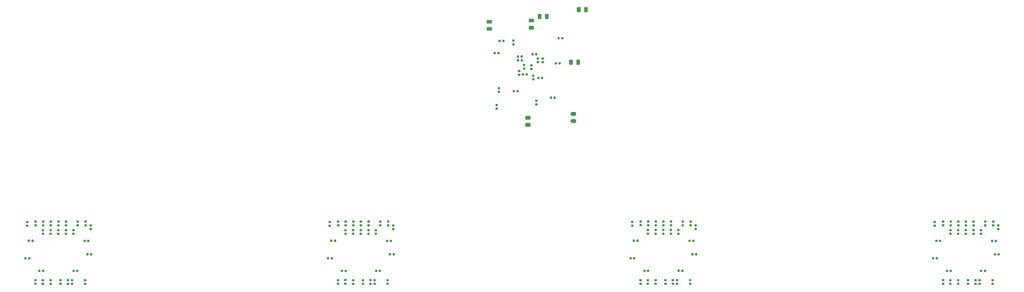
<source format=gbr>
G04 #@! TF.GenerationSoftware,KiCad,Pcbnew,5.99.0-unknown-1973153~101~ubuntu20.04.1*
G04 #@! TF.CreationDate,2020-06-25T18:30:07-04:00*
G04 #@! TF.ProjectId,L1Switch,4c315377-6974-4636-982e-6b696361645f,rev?*
G04 #@! TF.SameCoordinates,Original*
G04 #@! TF.FileFunction,Paste,Bot*
G04 #@! TF.FilePolarity,Positive*
%FSLAX46Y46*%
G04 Gerber Fmt 4.6, Leading zero omitted, Abs format (unit mm)*
G04 Created by KiCad (PCBNEW 5.99.0-unknown-1973153~101~ubuntu20.04.1) date 2020-06-25 18:30:07*
%MOMM*%
%LPD*%
G01*
G04 APERTURE LIST*
G04 APERTURE END LIST*
G36*
G01*
X216306250Y-79421165D02*
X216651250Y-79421165D01*
G75*
G02*
X216798750Y-79568665I0J-147500D01*
G01*
X216798750Y-79863665D01*
G75*
G02*
X216651250Y-80011165I-147500J0D01*
G01*
X216306250Y-80011165D01*
G75*
G02*
X216158750Y-79863665I0J147500D01*
G01*
X216158750Y-79568665D01*
G75*
G02*
X216306250Y-79421165I147500J0D01*
G01*
G37*
G36*
G01*
X216306250Y-78451165D02*
X216651250Y-78451165D01*
G75*
G02*
X216798750Y-78598665I0J-147500D01*
G01*
X216798750Y-78893665D01*
G75*
G02*
X216651250Y-79041165I-147500J0D01*
G01*
X216306250Y-79041165D01*
G75*
G02*
X216158750Y-78893665I0J147500D01*
G01*
X216158750Y-78598665D01*
G75*
G02*
X216306250Y-78451165I147500J0D01*
G01*
G37*
G36*
G01*
X215235000Y-69281165D02*
X214322500Y-69281165D01*
G75*
G02*
X214078750Y-69037415I0J243750D01*
G01*
X214078750Y-68549915D01*
G75*
G02*
X214322500Y-68306165I243750J0D01*
G01*
X215235000Y-68306165D01*
G75*
G02*
X215478750Y-68549915I0J-243750D01*
G01*
X215478750Y-69037415D01*
G75*
G02*
X215235000Y-69281165I-243750J0D01*
G01*
G37*
G36*
G01*
X215235000Y-71156165D02*
X214322500Y-71156165D01*
G75*
G02*
X214078750Y-70912415I0J243750D01*
G01*
X214078750Y-70424915D01*
G75*
G02*
X214322500Y-70181165I243750J0D01*
G01*
X215235000Y-70181165D01*
G75*
G02*
X215478750Y-70424915I0J-243750D01*
G01*
X215478750Y-70912415D01*
G75*
G02*
X215235000Y-71156165I-243750J0D01*
G01*
G37*
G36*
G01*
X212873750Y-82758665D02*
X212873750Y-83103665D01*
G75*
G02*
X212726250Y-83251165I-147500J0D01*
G01*
X212431250Y-83251165D01*
G75*
G02*
X212283750Y-83103665I0J147500D01*
G01*
X212283750Y-82758665D01*
G75*
G02*
X212431250Y-82611165I147500J0D01*
G01*
X212726250Y-82611165D01*
G75*
G02*
X212873750Y-82758665I0J-147500D01*
G01*
G37*
G36*
G01*
X213843750Y-82758665D02*
X213843750Y-83103665D01*
G75*
G02*
X213696250Y-83251165I-147500J0D01*
G01*
X213401250Y-83251165D01*
G75*
G02*
X213253750Y-83103665I0J147500D01*
G01*
X213253750Y-82758665D01*
G75*
G02*
X213401250Y-82611165I147500J0D01*
G01*
X213696250Y-82611165D01*
G75*
G02*
X213843750Y-82758665I0J-147500D01*
G01*
G37*
G36*
G01*
X211406250Y-82736165D02*
X211751250Y-82736165D01*
G75*
G02*
X211898750Y-82883665I0J-147500D01*
G01*
X211898750Y-83178665D01*
G75*
G02*
X211751250Y-83326165I-147500J0D01*
G01*
X211406250Y-83326165D01*
G75*
G02*
X211258750Y-83178665I0J147500D01*
G01*
X211258750Y-82883665D01*
G75*
G02*
X211406250Y-82736165I147500J0D01*
G01*
G37*
G36*
G01*
X211406250Y-81766165D02*
X211751250Y-81766165D01*
G75*
G02*
X211898750Y-81913665I0J-147500D01*
G01*
X211898750Y-82208665D01*
G75*
G02*
X211751250Y-82356165I-147500J0D01*
G01*
X211406250Y-82356165D01*
G75*
G02*
X211258750Y-82208665I0J147500D01*
G01*
X211258750Y-81913665D01*
G75*
G02*
X211406250Y-81766165I147500J0D01*
G01*
G37*
G36*
G01*
X215106250Y-83921165D02*
X215451250Y-83921165D01*
G75*
G02*
X215598750Y-84068665I0J-147500D01*
G01*
X215598750Y-84363665D01*
G75*
G02*
X215451250Y-84511165I-147500J0D01*
G01*
X215106250Y-84511165D01*
G75*
G02*
X214958750Y-84363665I0J147500D01*
G01*
X214958750Y-84068665D01*
G75*
G02*
X215106250Y-83921165I147500J0D01*
G01*
G37*
G36*
G01*
X215106250Y-82951165D02*
X215451250Y-82951165D01*
G75*
G02*
X215598750Y-83098665I0J-147500D01*
G01*
X215598750Y-83393665D01*
G75*
G02*
X215451250Y-83541165I-147500J0D01*
G01*
X215106250Y-83541165D01*
G75*
G02*
X214958750Y-83393665I0J147500D01*
G01*
X214958750Y-83098665D01*
G75*
G02*
X215106250Y-82951165I147500J0D01*
G01*
G37*
G36*
G01*
X214606250Y-81221165D02*
X214951250Y-81221165D01*
G75*
G02*
X215098750Y-81368665I0J-147500D01*
G01*
X215098750Y-81663665D01*
G75*
G02*
X214951250Y-81811165I-147500J0D01*
G01*
X214606250Y-81811165D01*
G75*
G02*
X214458750Y-81663665I0J147500D01*
G01*
X214458750Y-81368665D01*
G75*
G02*
X214606250Y-81221165I147500J0D01*
G01*
G37*
G36*
G01*
X214606250Y-80251165D02*
X214951250Y-80251165D01*
G75*
G02*
X215098750Y-80398665I0J-147500D01*
G01*
X215098750Y-80693665D01*
G75*
G02*
X214951250Y-80841165I-147500J0D01*
G01*
X214606250Y-80841165D01*
G75*
G02*
X214458750Y-80693665I0J147500D01*
G01*
X214458750Y-80398665D01*
G75*
G02*
X214606250Y-80251165I147500J0D01*
G01*
G37*
G36*
G01*
X211588750Y-79058665D02*
X211588750Y-79403665D01*
G75*
G02*
X211441250Y-79551165I-147500J0D01*
G01*
X211146250Y-79551165D01*
G75*
G02*
X210998750Y-79403665I0J147500D01*
G01*
X210998750Y-79058665D01*
G75*
G02*
X211146250Y-78911165I147500J0D01*
G01*
X211441250Y-78911165D01*
G75*
G02*
X211588750Y-79058665I0J-147500D01*
G01*
G37*
G36*
G01*
X212558750Y-79058665D02*
X212558750Y-79403665D01*
G75*
G02*
X212411250Y-79551165I-147500J0D01*
G01*
X212116250Y-79551165D01*
G75*
G02*
X211968750Y-79403665I0J147500D01*
G01*
X211968750Y-79058665D01*
G75*
G02*
X212116250Y-78911165I147500J0D01*
G01*
X212411250Y-78911165D01*
G75*
G02*
X212558750Y-79058665I0J-147500D01*
G01*
G37*
G36*
G01*
X212706250Y-81121165D02*
X213051250Y-81121165D01*
G75*
G02*
X213198750Y-81268665I0J-147500D01*
G01*
X213198750Y-81563665D01*
G75*
G02*
X213051250Y-81711165I-147500J0D01*
G01*
X212706250Y-81711165D01*
G75*
G02*
X212558750Y-81563665I0J147500D01*
G01*
X212558750Y-81268665D01*
G75*
G02*
X212706250Y-81121165I147500J0D01*
G01*
G37*
G36*
G01*
X212706250Y-80151165D02*
X213051250Y-80151165D01*
G75*
G02*
X213198750Y-80298665I0J-147500D01*
G01*
X213198750Y-80593665D01*
G75*
G02*
X213051250Y-80741165I-147500J0D01*
G01*
X212706250Y-80741165D01*
G75*
G02*
X212558750Y-80593665I0J147500D01*
G01*
X212558750Y-80298665D01*
G75*
G02*
X212706250Y-80151165I147500J0D01*
G01*
G37*
G36*
G01*
X218328750Y-68187415D02*
X218328750Y-67274915D01*
G75*
G02*
X218572500Y-67031165I243750J0D01*
G01*
X219060000Y-67031165D01*
G75*
G02*
X219303750Y-67274915I0J-243750D01*
G01*
X219303750Y-68187415D01*
G75*
G02*
X219060000Y-68431165I-243750J0D01*
G01*
X218572500Y-68431165D01*
G75*
G02*
X218328750Y-68187415I0J243750D01*
G01*
G37*
G36*
G01*
X216453750Y-68187415D02*
X216453750Y-67274915D01*
G75*
G02*
X216697500Y-67031165I243750J0D01*
G01*
X217185000Y-67031165D01*
G75*
G02*
X217428750Y-67274915I0J-243750D01*
G01*
X217428750Y-68187415D01*
G75*
G02*
X217185000Y-68431165I-243750J0D01*
G01*
X216697500Y-68431165D01*
G75*
G02*
X216453750Y-68187415I0J243750D01*
G01*
G37*
G36*
G01*
X221868750Y-80203665D02*
X221868750Y-79858665D01*
G75*
G02*
X222016250Y-79711165I147500J0D01*
G01*
X222311250Y-79711165D01*
G75*
G02*
X222458750Y-79858665I0J-147500D01*
G01*
X222458750Y-80203665D01*
G75*
G02*
X222311250Y-80351165I-147500J0D01*
G01*
X222016250Y-80351165D01*
G75*
G02*
X221868750Y-80203665I0J147500D01*
G01*
G37*
G36*
G01*
X220898750Y-80203665D02*
X220898750Y-79858665D01*
G75*
G02*
X221046250Y-79711165I147500J0D01*
G01*
X221341250Y-79711165D01*
G75*
G02*
X221488750Y-79858665I0J-147500D01*
G01*
X221488750Y-80203665D01*
G75*
G02*
X221341250Y-80351165I-147500J0D01*
G01*
X221046250Y-80351165D01*
G75*
G02*
X220898750Y-80203665I0J147500D01*
G01*
G37*
G36*
G01*
X228566250Y-66387415D02*
X228566250Y-65474915D01*
G75*
G02*
X228810000Y-65231165I243750J0D01*
G01*
X229297500Y-65231165D01*
G75*
G02*
X229541250Y-65474915I0J-243750D01*
G01*
X229541250Y-66387415D01*
G75*
G02*
X229297500Y-66631165I-243750J0D01*
G01*
X228810000Y-66631165D01*
G75*
G02*
X228566250Y-66387415I0J243750D01*
G01*
G37*
G36*
G01*
X226691250Y-66387415D02*
X226691250Y-65474915D01*
G75*
G02*
X226935000Y-65231165I243750J0D01*
G01*
X227422500Y-65231165D01*
G75*
G02*
X227666250Y-65474915I0J-243750D01*
G01*
X227666250Y-66387415D01*
G75*
G02*
X227422500Y-66631165I-243750J0D01*
G01*
X226935000Y-66631165D01*
G75*
G02*
X226691250Y-66387415I0J243750D01*
G01*
G37*
G36*
G01*
X217606250Y-79421165D02*
X217951250Y-79421165D01*
G75*
G02*
X218098750Y-79568665I0J-147500D01*
G01*
X218098750Y-79863665D01*
G75*
G02*
X217951250Y-80011165I-147500J0D01*
G01*
X217606250Y-80011165D01*
G75*
G02*
X217458750Y-79863665I0J147500D01*
G01*
X217458750Y-79568665D01*
G75*
G02*
X217606250Y-79421165I147500J0D01*
G01*
G37*
G36*
G01*
X217606250Y-78451165D02*
X217951250Y-78451165D01*
G75*
G02*
X218098750Y-78598665I0J-147500D01*
G01*
X218098750Y-78893665D01*
G75*
G02*
X217951250Y-79041165I-147500J0D01*
G01*
X217606250Y-79041165D01*
G75*
G02*
X217458750Y-78893665I0J147500D01*
G01*
X217458750Y-78598665D01*
G75*
G02*
X217606250Y-78451165I147500J0D01*
G01*
G37*
G36*
G01*
X226528750Y-80187415D02*
X226528750Y-79274915D01*
G75*
G02*
X226772500Y-79031165I243750J0D01*
G01*
X227260000Y-79031165D01*
G75*
G02*
X227503750Y-79274915I0J-243750D01*
G01*
X227503750Y-80187415D01*
G75*
G02*
X227260000Y-80431165I-243750J0D01*
G01*
X226772500Y-80431165D01*
G75*
G02*
X226528750Y-80187415I0J243750D01*
G01*
G37*
G36*
G01*
X224653750Y-80187415D02*
X224653750Y-79274915D01*
G75*
G02*
X224897500Y-79031165I243750J0D01*
G01*
X225385000Y-79031165D01*
G75*
G02*
X225628750Y-79274915I0J-243750D01*
G01*
X225628750Y-80187415D01*
G75*
G02*
X225385000Y-80431165I-243750J0D01*
G01*
X224897500Y-80431165D01*
G75*
G02*
X224653750Y-80187415I0J243750D01*
G01*
G37*
G36*
G01*
X215388750Y-77458665D02*
X215388750Y-77803665D01*
G75*
G02*
X215241250Y-77951165I-147500J0D01*
G01*
X214946250Y-77951165D01*
G75*
G02*
X214798750Y-77803665I0J147500D01*
G01*
X214798750Y-77458665D01*
G75*
G02*
X214946250Y-77311165I147500J0D01*
G01*
X215241250Y-77311165D01*
G75*
G02*
X215388750Y-77458665I0J-147500D01*
G01*
G37*
G36*
G01*
X216358750Y-77458665D02*
X216358750Y-77803665D01*
G75*
G02*
X216211250Y-77951165I-147500J0D01*
G01*
X215916250Y-77951165D01*
G75*
G02*
X215768750Y-77803665I0J147500D01*
G01*
X215768750Y-77458665D01*
G75*
G02*
X215916250Y-77311165I147500J0D01*
G01*
X216211250Y-77311165D01*
G75*
G02*
X216358750Y-77458665I0J-147500D01*
G01*
G37*
G36*
G01*
X222583750Y-73603665D02*
X222583750Y-73258665D01*
G75*
G02*
X222731250Y-73111165I147500J0D01*
G01*
X223026250Y-73111165D01*
G75*
G02*
X223173750Y-73258665I0J-147500D01*
G01*
X223173750Y-73603665D01*
G75*
G02*
X223026250Y-73751165I-147500J0D01*
G01*
X222731250Y-73751165D01*
G75*
G02*
X222583750Y-73603665I0J147500D01*
G01*
G37*
G36*
G01*
X221613750Y-73603665D02*
X221613750Y-73258665D01*
G75*
G02*
X221761250Y-73111165I147500J0D01*
G01*
X222056250Y-73111165D01*
G75*
G02*
X222203750Y-73258665I0J-147500D01*
G01*
X222203750Y-73603665D01*
G75*
G02*
X222056250Y-73751165I-147500J0D01*
G01*
X221761250Y-73751165D01*
G75*
G02*
X221613750Y-73603665I0J147500D01*
G01*
G37*
G36*
G01*
X220583750Y-89203665D02*
X220583750Y-88858665D01*
G75*
G02*
X220731250Y-88711165I147500J0D01*
G01*
X221026250Y-88711165D01*
G75*
G02*
X221173750Y-88858665I0J-147500D01*
G01*
X221173750Y-89203665D01*
G75*
G02*
X221026250Y-89351165I-147500J0D01*
G01*
X220731250Y-89351165D01*
G75*
G02*
X220583750Y-89203665I0J147500D01*
G01*
G37*
G36*
G01*
X219613750Y-89203665D02*
X219613750Y-88858665D01*
G75*
G02*
X219761250Y-88711165I147500J0D01*
G01*
X220056250Y-88711165D01*
G75*
G02*
X220203750Y-88858665I0J-147500D01*
G01*
X220203750Y-89203665D01*
G75*
G02*
X220056250Y-89351165I-147500J0D01*
G01*
X219761250Y-89351165D01*
G75*
G02*
X219613750Y-89203665I0J147500D01*
G01*
G37*
G36*
G01*
X225322500Y-94681165D02*
X226235000Y-94681165D01*
G75*
G02*
X226478750Y-94924915I0J-243750D01*
G01*
X226478750Y-95412415D01*
G75*
G02*
X226235000Y-95656165I-243750J0D01*
G01*
X225322500Y-95656165D01*
G75*
G02*
X225078750Y-95412415I0J243750D01*
G01*
X225078750Y-94924915D01*
G75*
G02*
X225322500Y-94681165I243750J0D01*
G01*
G37*
G36*
G01*
X225322500Y-92806165D02*
X226235000Y-92806165D01*
G75*
G02*
X226478750Y-93049915I0J-243750D01*
G01*
X226478750Y-93537415D01*
G75*
G02*
X226235000Y-93781165I-243750J0D01*
G01*
X225322500Y-93781165D01*
G75*
G02*
X225078750Y-93537415I0J243750D01*
G01*
X225078750Y-93049915D01*
G75*
G02*
X225322500Y-92806165I243750J0D01*
G01*
G37*
G36*
G01*
X210488750Y-87158665D02*
X210488750Y-87503665D01*
G75*
G02*
X210341250Y-87651165I-147500J0D01*
G01*
X210046250Y-87651165D01*
G75*
G02*
X209898750Y-87503665I0J147500D01*
G01*
X209898750Y-87158665D01*
G75*
G02*
X210046250Y-87011165I147500J0D01*
G01*
X210341250Y-87011165D01*
G75*
G02*
X210488750Y-87158665I0J-147500D01*
G01*
G37*
G36*
G01*
X211458750Y-87158665D02*
X211458750Y-87503665D01*
G75*
G02*
X211311250Y-87651165I-147500J0D01*
G01*
X211016250Y-87651165D01*
G75*
G02*
X210868750Y-87503665I0J147500D01*
G01*
X210868750Y-87158665D01*
G75*
G02*
X211016250Y-87011165I147500J0D01*
G01*
X211311250Y-87011165D01*
G75*
G02*
X211458750Y-87158665I0J-147500D01*
G01*
G37*
G36*
G01*
X213422500Y-95681165D02*
X214335000Y-95681165D01*
G75*
G02*
X214578750Y-95924915I0J-243750D01*
G01*
X214578750Y-96412415D01*
G75*
G02*
X214335000Y-96656165I-243750J0D01*
G01*
X213422500Y-96656165D01*
G75*
G02*
X213178750Y-96412415I0J243750D01*
G01*
X213178750Y-95924915D01*
G75*
G02*
X213422500Y-95681165I243750J0D01*
G01*
G37*
G36*
G01*
X213422500Y-93806165D02*
X214335000Y-93806165D01*
G75*
G02*
X214578750Y-94049915I0J-243750D01*
G01*
X214578750Y-94537415D01*
G75*
G02*
X214335000Y-94781165I-243750J0D01*
G01*
X213422500Y-94781165D01*
G75*
G02*
X213178750Y-94537415I0J243750D01*
G01*
X213178750Y-94049915D01*
G75*
G02*
X213422500Y-93806165I243750J0D01*
G01*
G37*
G36*
G01*
X215906250Y-90506165D02*
X216251250Y-90506165D01*
G75*
G02*
X216398750Y-90653665I0J-147500D01*
G01*
X216398750Y-90948665D01*
G75*
G02*
X216251250Y-91096165I-147500J0D01*
G01*
X215906250Y-91096165D01*
G75*
G02*
X215758750Y-90948665I0J147500D01*
G01*
X215758750Y-90653665D01*
G75*
G02*
X215906250Y-90506165I147500J0D01*
G01*
G37*
G36*
G01*
X215906250Y-89536165D02*
X216251250Y-89536165D01*
G75*
G02*
X216398750Y-89683665I0J-147500D01*
G01*
X216398750Y-89978665D01*
G75*
G02*
X216251250Y-90126165I-147500J0D01*
G01*
X215906250Y-90126165D01*
G75*
G02*
X215758750Y-89978665I0J147500D01*
G01*
X215758750Y-89683665D01*
G75*
G02*
X215906250Y-89536165I147500J0D01*
G01*
G37*
G36*
G01*
X216888750Y-83658665D02*
X216888750Y-84003665D01*
G75*
G02*
X216741250Y-84151165I-147500J0D01*
G01*
X216446250Y-84151165D01*
G75*
G02*
X216298750Y-84003665I0J147500D01*
G01*
X216298750Y-83658665D01*
G75*
G02*
X216446250Y-83511165I147500J0D01*
G01*
X216741250Y-83511165D01*
G75*
G02*
X216888750Y-83658665I0J-147500D01*
G01*
G37*
G36*
G01*
X217858750Y-83658665D02*
X217858750Y-84003665D01*
G75*
G02*
X217711250Y-84151165I-147500J0D01*
G01*
X217416250Y-84151165D01*
G75*
G02*
X217268750Y-84003665I0J147500D01*
G01*
X217268750Y-83658665D01*
G75*
G02*
X217416250Y-83511165I147500J0D01*
G01*
X217711250Y-83511165D01*
G75*
G02*
X217858750Y-83658665I0J-147500D01*
G01*
G37*
G36*
G01*
X211573750Y-78058665D02*
X211573750Y-78403665D01*
G75*
G02*
X211426250Y-78551165I-147500J0D01*
G01*
X211131250Y-78551165D01*
G75*
G02*
X210983750Y-78403665I0J147500D01*
G01*
X210983750Y-78058665D01*
G75*
G02*
X211131250Y-77911165I147500J0D01*
G01*
X211426250Y-77911165D01*
G75*
G02*
X211573750Y-78058665I0J-147500D01*
G01*
G37*
G36*
G01*
X212543750Y-78058665D02*
X212543750Y-78403665D01*
G75*
G02*
X212396250Y-78551165I-147500J0D01*
G01*
X212101250Y-78551165D01*
G75*
G02*
X211953750Y-78403665I0J147500D01*
G01*
X211953750Y-78058665D01*
G75*
G02*
X212101250Y-77911165I147500J0D01*
G01*
X212396250Y-77911165D01*
G75*
G02*
X212543750Y-78058665I0J-147500D01*
G01*
G37*
G36*
G01*
X205868750Y-77503665D02*
X205868750Y-77158665D01*
G75*
G02*
X206016250Y-77011165I147500J0D01*
G01*
X206311250Y-77011165D01*
G75*
G02*
X206458750Y-77158665I0J-147500D01*
G01*
X206458750Y-77503665D01*
G75*
G02*
X206311250Y-77651165I-147500J0D01*
G01*
X206016250Y-77651165D01*
G75*
G02*
X205868750Y-77503665I0J147500D01*
G01*
G37*
G36*
G01*
X204898750Y-77503665D02*
X204898750Y-77158665D01*
G75*
G02*
X205046250Y-77011165I147500J0D01*
G01*
X205341250Y-77011165D01*
G75*
G02*
X205488750Y-77158665I0J-147500D01*
G01*
X205488750Y-77503665D01*
G75*
G02*
X205341250Y-77651165I-147500J0D01*
G01*
X205046250Y-77651165D01*
G75*
G02*
X204898750Y-77503665I0J147500D01*
G01*
G37*
G36*
G01*
X204235000Y-69581165D02*
X203322500Y-69581165D01*
G75*
G02*
X203078750Y-69337415I0J243750D01*
G01*
X203078750Y-68849915D01*
G75*
G02*
X203322500Y-68606165I243750J0D01*
G01*
X204235000Y-68606165D01*
G75*
G02*
X204478750Y-68849915I0J-243750D01*
G01*
X204478750Y-69337415D01*
G75*
G02*
X204235000Y-69581165I-243750J0D01*
G01*
G37*
G36*
G01*
X204235000Y-71456165D02*
X203322500Y-71456165D01*
G75*
G02*
X203078750Y-71212415I0J243750D01*
G01*
X203078750Y-70724915D01*
G75*
G02*
X203322500Y-70481165I243750J0D01*
G01*
X204235000Y-70481165D01*
G75*
G02*
X204478750Y-70724915I0J-243750D01*
G01*
X204478750Y-71212415D01*
G75*
G02*
X204235000Y-71456165I-243750J0D01*
G01*
G37*
G36*
G01*
X209906250Y-74721165D02*
X210251250Y-74721165D01*
G75*
G02*
X210398750Y-74868665I0J-147500D01*
G01*
X210398750Y-75163665D01*
G75*
G02*
X210251250Y-75311165I-147500J0D01*
G01*
X209906250Y-75311165D01*
G75*
G02*
X209758750Y-75163665I0J147500D01*
G01*
X209758750Y-74868665D01*
G75*
G02*
X209906250Y-74721165I147500J0D01*
G01*
G37*
G36*
G01*
X209906250Y-73751165D02*
X210251250Y-73751165D01*
G75*
G02*
X210398750Y-73898665I0J-147500D01*
G01*
X210398750Y-74193665D01*
G75*
G02*
X210251250Y-74341165I-147500J0D01*
G01*
X209906250Y-74341165D01*
G75*
G02*
X209758750Y-74193665I0J147500D01*
G01*
X209758750Y-73898665D01*
G75*
G02*
X209906250Y-73751165I147500J0D01*
G01*
G37*
G36*
G01*
X206788750Y-73958665D02*
X206788750Y-74303665D01*
G75*
G02*
X206641250Y-74451165I-147500J0D01*
G01*
X206346250Y-74451165D01*
G75*
G02*
X206198750Y-74303665I0J147500D01*
G01*
X206198750Y-73958665D01*
G75*
G02*
X206346250Y-73811165I147500J0D01*
G01*
X206641250Y-73811165D01*
G75*
G02*
X206788750Y-73958665I0J-147500D01*
G01*
G37*
G36*
G01*
X207758750Y-73958665D02*
X207758750Y-74303665D01*
G75*
G02*
X207611250Y-74451165I-147500J0D01*
G01*
X207316250Y-74451165D01*
G75*
G02*
X207168750Y-74303665I0J147500D01*
G01*
X207168750Y-73958665D01*
G75*
G02*
X207316250Y-73811165I147500J0D01*
G01*
X207611250Y-73811165D01*
G75*
G02*
X207758750Y-73958665I0J-147500D01*
G01*
G37*
G36*
G01*
X205506250Y-91621165D02*
X205851250Y-91621165D01*
G75*
G02*
X205998750Y-91768665I0J-147500D01*
G01*
X205998750Y-92063665D01*
G75*
G02*
X205851250Y-92211165I-147500J0D01*
G01*
X205506250Y-92211165D01*
G75*
G02*
X205358750Y-92063665I0J147500D01*
G01*
X205358750Y-91768665D01*
G75*
G02*
X205506250Y-91621165I147500J0D01*
G01*
G37*
G36*
G01*
X205506250Y-90651165D02*
X205851250Y-90651165D01*
G75*
G02*
X205998750Y-90798665I0J-147500D01*
G01*
X205998750Y-91093665D01*
G75*
G02*
X205851250Y-91241165I-147500J0D01*
G01*
X205506250Y-91241165D01*
G75*
G02*
X205358750Y-91093665I0J147500D01*
G01*
X205358750Y-90798665D01*
G75*
G02*
X205506250Y-90651165I147500J0D01*
G01*
G37*
G36*
G01*
X206106250Y-87221165D02*
X206451250Y-87221165D01*
G75*
G02*
X206598750Y-87368665I0J-147500D01*
G01*
X206598750Y-87663665D01*
G75*
G02*
X206451250Y-87811165I-147500J0D01*
G01*
X206106250Y-87811165D01*
G75*
G02*
X205958750Y-87663665I0J147500D01*
G01*
X205958750Y-87368665D01*
G75*
G02*
X206106250Y-87221165I147500J0D01*
G01*
G37*
G36*
G01*
X206106250Y-86251165D02*
X206451250Y-86251165D01*
G75*
G02*
X206598750Y-86398665I0J-147500D01*
G01*
X206598750Y-86693665D01*
G75*
G02*
X206451250Y-86841165I-147500J0D01*
G01*
X206106250Y-86841165D01*
G75*
G02*
X205958750Y-86693665I0J147500D01*
G01*
X205958750Y-86398665D01*
G75*
G02*
X206106250Y-86251165I147500J0D01*
G01*
G37*
G36*
G01*
X166301250Y-137156165D02*
X165956250Y-137156165D01*
G75*
G02*
X165808750Y-137008665I0J147500D01*
G01*
X165808750Y-136713665D01*
G75*
G02*
X165956250Y-136566165I147500J0D01*
G01*
X166301250Y-136566165D01*
G75*
G02*
X166448750Y-136713665I0J-147500D01*
G01*
X166448750Y-137008665D01*
G75*
G02*
X166301250Y-137156165I-147500J0D01*
G01*
G37*
G36*
G01*
X166301250Y-138126165D02*
X165956250Y-138126165D01*
G75*
G02*
X165808750Y-137978665I0J147500D01*
G01*
X165808750Y-137683665D01*
G75*
G02*
X165956250Y-137536165I147500J0D01*
G01*
X166301250Y-137536165D01*
G75*
G02*
X166448750Y-137683665I0J-147500D01*
G01*
X166448750Y-137978665D01*
G75*
G02*
X166301250Y-138126165I-147500J0D01*
G01*
G37*
G36*
G01*
X320552000Y-131365115D02*
X320552000Y-131020115D01*
G75*
G02*
X320699500Y-130872615I147500J0D01*
G01*
X320994500Y-130872615D01*
G75*
G02*
X321142000Y-131020115I0J-147500D01*
G01*
X321142000Y-131365115D01*
G75*
G02*
X320994500Y-131512615I-147500J0D01*
G01*
X320699500Y-131512615D01*
G75*
G02*
X320552000Y-131365115I0J147500D01*
G01*
G37*
G36*
G01*
X319582000Y-131365115D02*
X319582000Y-131020115D01*
G75*
G02*
X319729500Y-130872615I147500J0D01*
G01*
X320024500Y-130872615D01*
G75*
G02*
X320172000Y-131020115I0J-147500D01*
G01*
X320172000Y-131365115D01*
G75*
G02*
X320024500Y-131512615I-147500J0D01*
G01*
X319729500Y-131512615D01*
G75*
G02*
X319582000Y-131365115I0J147500D01*
G01*
G37*
G36*
G01*
X332219500Y-137222615D02*
X331874500Y-137222615D01*
G75*
G02*
X331727000Y-137075115I0J147500D01*
G01*
X331727000Y-136780115D01*
G75*
G02*
X331874500Y-136632615I147500J0D01*
G01*
X332219500Y-136632615D01*
G75*
G02*
X332367000Y-136780115I0J-147500D01*
G01*
X332367000Y-137075115D01*
G75*
G02*
X332219500Y-137222615I-147500J0D01*
G01*
G37*
G36*
G01*
X332219500Y-138192615D02*
X331874500Y-138192615D01*
G75*
G02*
X331727000Y-138045115I0J147500D01*
G01*
X331727000Y-137750115D01*
G75*
G02*
X331874500Y-137602615I147500J0D01*
G01*
X332219500Y-137602615D01*
G75*
G02*
X332367000Y-137750115I0J-147500D01*
G01*
X332367000Y-138045115D01*
G75*
G02*
X332219500Y-138192615I-147500J0D01*
G01*
G37*
G36*
G01*
X324569500Y-137217615D02*
X324224500Y-137217615D01*
G75*
G02*
X324077000Y-137070115I0J147500D01*
G01*
X324077000Y-136775115D01*
G75*
G02*
X324224500Y-136627615I147500J0D01*
G01*
X324569500Y-136627615D01*
G75*
G02*
X324717000Y-136775115I0J-147500D01*
G01*
X324717000Y-137070115D01*
G75*
G02*
X324569500Y-137217615I-147500J0D01*
G01*
G37*
G36*
G01*
X324569500Y-138187615D02*
X324224500Y-138187615D01*
G75*
G02*
X324077000Y-138040115I0J147500D01*
G01*
X324077000Y-137745115D01*
G75*
G02*
X324224500Y-137597615I147500J0D01*
G01*
X324569500Y-137597615D01*
G75*
G02*
X324717000Y-137745115I0J-147500D01*
G01*
X324717000Y-138040115D01*
G75*
G02*
X324569500Y-138187615I-147500J0D01*
G01*
G37*
G36*
G01*
X320134500Y-122342615D02*
X320479500Y-122342615D01*
G75*
G02*
X320627000Y-122490115I0J-147500D01*
G01*
X320627000Y-122785115D01*
G75*
G02*
X320479500Y-122932615I-147500J0D01*
G01*
X320134500Y-122932615D01*
G75*
G02*
X319987000Y-122785115I0J147500D01*
G01*
X319987000Y-122490115D01*
G75*
G02*
X320134500Y-122342615I147500J0D01*
G01*
G37*
G36*
G01*
X320134500Y-121372615D02*
X320479500Y-121372615D01*
G75*
G02*
X320627000Y-121520115I0J-147500D01*
G01*
X320627000Y-121815115D01*
G75*
G02*
X320479500Y-121962615I-147500J0D01*
G01*
X320134500Y-121962615D01*
G75*
G02*
X319987000Y-121815115I0J147500D01*
G01*
X319987000Y-121520115D01*
G75*
G02*
X320134500Y-121372615I147500J0D01*
G01*
G37*
G36*
G01*
X336362000Y-129970115D02*
X336362000Y-130315115D01*
G75*
G02*
X336214500Y-130462615I-147500J0D01*
G01*
X335919500Y-130462615D01*
G75*
G02*
X335772000Y-130315115I0J147500D01*
G01*
X335772000Y-129970115D01*
G75*
G02*
X335919500Y-129822615I147500J0D01*
G01*
X336214500Y-129822615D01*
G75*
G02*
X336362000Y-129970115I0J-147500D01*
G01*
G37*
G36*
G01*
X337332000Y-129970115D02*
X337332000Y-130315115D01*
G75*
G02*
X337184500Y-130462615I-147500J0D01*
G01*
X336889500Y-130462615D01*
G75*
G02*
X336742000Y-130315115I0J147500D01*
G01*
X336742000Y-129970115D01*
G75*
G02*
X336889500Y-129822615I147500J0D01*
G01*
X337184500Y-129822615D01*
G75*
G02*
X337332000Y-129970115I0J-147500D01*
G01*
G37*
G36*
G01*
X336754500Y-123237615D02*
X337099500Y-123237615D01*
G75*
G02*
X337247000Y-123385115I0J-147500D01*
G01*
X337247000Y-123680115D01*
G75*
G02*
X337099500Y-123827615I-147500J0D01*
G01*
X336754500Y-123827615D01*
G75*
G02*
X336607000Y-123680115I0J147500D01*
G01*
X336607000Y-123385115D01*
G75*
G02*
X336754500Y-123237615I147500J0D01*
G01*
G37*
G36*
G01*
X336754500Y-122267615D02*
X337099500Y-122267615D01*
G75*
G02*
X337247000Y-122415115I0J-147500D01*
G01*
X337247000Y-122710115D01*
G75*
G02*
X337099500Y-122857615I-147500J0D01*
G01*
X336754500Y-122857615D01*
G75*
G02*
X336607000Y-122710115I0J147500D01*
G01*
X336607000Y-122415115D01*
G75*
G02*
X336754500Y-122267615I147500J0D01*
G01*
G37*
G36*
G01*
X331139500Y-137217615D02*
X330794500Y-137217615D01*
G75*
G02*
X330647000Y-137070115I0J147500D01*
G01*
X330647000Y-136775115D01*
G75*
G02*
X330794500Y-136627615I147500J0D01*
G01*
X331139500Y-136627615D01*
G75*
G02*
X331287000Y-136775115I0J-147500D01*
G01*
X331287000Y-137070115D01*
G75*
G02*
X331139500Y-137217615I-147500J0D01*
G01*
G37*
G36*
G01*
X331139500Y-138187615D02*
X330794500Y-138187615D01*
G75*
G02*
X330647000Y-138040115I0J147500D01*
G01*
X330647000Y-137745115D01*
G75*
G02*
X330794500Y-137597615I147500J0D01*
G01*
X331139500Y-137597615D01*
G75*
G02*
X331287000Y-137745115I0J-147500D01*
G01*
X331287000Y-138040115D01*
G75*
G02*
X331139500Y-138187615I-147500J0D01*
G01*
G37*
G36*
G01*
X326609500Y-137227615D02*
X326264500Y-137227615D01*
G75*
G02*
X326117000Y-137080115I0J147500D01*
G01*
X326117000Y-136785115D01*
G75*
G02*
X326264500Y-136637615I147500J0D01*
G01*
X326609500Y-136637615D01*
G75*
G02*
X326757000Y-136785115I0J-147500D01*
G01*
X326757000Y-137080115D01*
G75*
G02*
X326609500Y-137227615I-147500J0D01*
G01*
G37*
G36*
G01*
X326609500Y-138197615D02*
X326264500Y-138197615D01*
G75*
G02*
X326117000Y-138050115I0J147500D01*
G01*
X326117000Y-137755115D01*
G75*
G02*
X326264500Y-137607615I147500J0D01*
G01*
X326609500Y-137607615D01*
G75*
G02*
X326757000Y-137755115I0J-147500D01*
G01*
X326757000Y-138050115D01*
G75*
G02*
X326609500Y-138197615I-147500J0D01*
G01*
G37*
G36*
G01*
X324187000Y-134665115D02*
X324187000Y-134320115D01*
G75*
G02*
X324334500Y-134172615I147500J0D01*
G01*
X324629500Y-134172615D01*
G75*
G02*
X324777000Y-134320115I0J-147500D01*
G01*
X324777000Y-134665115D01*
G75*
G02*
X324629500Y-134812615I-147500J0D01*
G01*
X324334500Y-134812615D01*
G75*
G02*
X324187000Y-134665115I0J147500D01*
G01*
G37*
G36*
G01*
X323217000Y-134665115D02*
X323217000Y-134320115D01*
G75*
G02*
X323364500Y-134172615I147500J0D01*
G01*
X323659500Y-134172615D01*
G75*
G02*
X323807000Y-134320115I0J-147500D01*
G01*
X323807000Y-134665115D01*
G75*
G02*
X323659500Y-134812615I-147500J0D01*
G01*
X323364500Y-134812615D01*
G75*
G02*
X323217000Y-134665115I0J147500D01*
G01*
G37*
G36*
G01*
X321022000Y-126420115D02*
X321022000Y-126765115D01*
G75*
G02*
X320874500Y-126912615I-147500J0D01*
G01*
X320579500Y-126912615D01*
G75*
G02*
X320432000Y-126765115I0J147500D01*
G01*
X320432000Y-126420115D01*
G75*
G02*
X320579500Y-126272615I147500J0D01*
G01*
X320874500Y-126272615D01*
G75*
G02*
X321022000Y-126420115I0J-147500D01*
G01*
G37*
G36*
G01*
X321992000Y-126420115D02*
X321992000Y-126765115D01*
G75*
G02*
X321844500Y-126912615I-147500J0D01*
G01*
X321549500Y-126912615D01*
G75*
G02*
X321402000Y-126765115I0J147500D01*
G01*
X321402000Y-126420115D01*
G75*
G02*
X321549500Y-126272615I147500J0D01*
G01*
X321844500Y-126272615D01*
G75*
G02*
X321992000Y-126420115I0J-147500D01*
G01*
G37*
G36*
G01*
X324589500Y-124082615D02*
X324244500Y-124082615D01*
G75*
G02*
X324097000Y-123935115I0J147500D01*
G01*
X324097000Y-123640115D01*
G75*
G02*
X324244500Y-123492615I147500J0D01*
G01*
X324589500Y-123492615D01*
G75*
G02*
X324737000Y-123640115I0J-147500D01*
G01*
X324737000Y-123935115D01*
G75*
G02*
X324589500Y-124082615I-147500J0D01*
G01*
G37*
G36*
G01*
X324589500Y-125052615D02*
X324244500Y-125052615D01*
G75*
G02*
X324097000Y-124905115I0J147500D01*
G01*
X324097000Y-124610115D01*
G75*
G02*
X324244500Y-124462615I147500J0D01*
G01*
X324589500Y-124462615D01*
G75*
G02*
X324737000Y-124610115I0J-147500D01*
G01*
X324737000Y-124905115D01*
G75*
G02*
X324589500Y-125052615I-147500J0D01*
G01*
G37*
G36*
G01*
X328609500Y-124082615D02*
X328264500Y-124082615D01*
G75*
G02*
X328117000Y-123935115I0J147500D01*
G01*
X328117000Y-123640115D01*
G75*
G02*
X328264500Y-123492615I147500J0D01*
G01*
X328609500Y-123492615D01*
G75*
G02*
X328757000Y-123640115I0J-147500D01*
G01*
X328757000Y-123935115D01*
G75*
G02*
X328609500Y-124082615I-147500J0D01*
G01*
G37*
G36*
G01*
X328609500Y-125052615D02*
X328264500Y-125052615D01*
G75*
G02*
X328117000Y-124905115I0J147500D01*
G01*
X328117000Y-124610115D01*
G75*
G02*
X328264500Y-124462615I147500J0D01*
G01*
X328609500Y-124462615D01*
G75*
G02*
X328757000Y-124610115I0J-147500D01*
G01*
X328757000Y-124905115D01*
G75*
G02*
X328609500Y-125052615I-147500J0D01*
G01*
G37*
G36*
G01*
X332579500Y-124087615D02*
X332234500Y-124087615D01*
G75*
G02*
X332087000Y-123940115I0J147500D01*
G01*
X332087000Y-123645115D01*
G75*
G02*
X332234500Y-123497615I147500J0D01*
G01*
X332579500Y-123497615D01*
G75*
G02*
X332727000Y-123645115I0J-147500D01*
G01*
X332727000Y-123940115D01*
G75*
G02*
X332579500Y-124087615I-147500J0D01*
G01*
G37*
G36*
G01*
X332579500Y-125057615D02*
X332234500Y-125057615D01*
G75*
G02*
X332087000Y-124910115I0J147500D01*
G01*
X332087000Y-124615115D01*
G75*
G02*
X332234500Y-124467615I147500J0D01*
G01*
X332579500Y-124467615D01*
G75*
G02*
X332727000Y-124615115I0J-147500D01*
G01*
X332727000Y-124910115D01*
G75*
G02*
X332579500Y-125057615I-147500J0D01*
G01*
G37*
G36*
G01*
X330629500Y-124082615D02*
X330284500Y-124082615D01*
G75*
G02*
X330137000Y-123935115I0J147500D01*
G01*
X330137000Y-123640115D01*
G75*
G02*
X330284500Y-123492615I147500J0D01*
G01*
X330629500Y-123492615D01*
G75*
G02*
X330777000Y-123640115I0J-147500D01*
G01*
X330777000Y-123935115D01*
G75*
G02*
X330629500Y-124082615I-147500J0D01*
G01*
G37*
G36*
G01*
X330629500Y-125052615D02*
X330284500Y-125052615D01*
G75*
G02*
X330137000Y-124905115I0J147500D01*
G01*
X330137000Y-124610115D01*
G75*
G02*
X330284500Y-124462615I147500J0D01*
G01*
X330629500Y-124462615D01*
G75*
G02*
X330777000Y-124610115I0J-147500D01*
G01*
X330777000Y-124905115D01*
G75*
G02*
X330629500Y-125052615I-147500J0D01*
G01*
G37*
G36*
G01*
X326609500Y-124082615D02*
X326264500Y-124082615D01*
G75*
G02*
X326117000Y-123935115I0J147500D01*
G01*
X326117000Y-123640115D01*
G75*
G02*
X326264500Y-123492615I147500J0D01*
G01*
X326609500Y-123492615D01*
G75*
G02*
X326757000Y-123640115I0J-147500D01*
G01*
X326757000Y-123935115D01*
G75*
G02*
X326609500Y-124082615I-147500J0D01*
G01*
G37*
G36*
G01*
X326609500Y-125052615D02*
X326264500Y-125052615D01*
G75*
G02*
X326117000Y-124905115I0J147500D01*
G01*
X326117000Y-124610115D01*
G75*
G02*
X326264500Y-124462615I147500J0D01*
G01*
X326609500Y-124462615D01*
G75*
G02*
X326757000Y-124610115I0J-147500D01*
G01*
X326757000Y-124905115D01*
G75*
G02*
X326609500Y-125052615I-147500J0D01*
G01*
G37*
G36*
G01*
X335992000Y-126795115D02*
X335992000Y-126450115D01*
G75*
G02*
X336139500Y-126302615I147500J0D01*
G01*
X336434500Y-126302615D01*
G75*
G02*
X336582000Y-126450115I0J-147500D01*
G01*
X336582000Y-126795115D01*
G75*
G02*
X336434500Y-126942615I-147500J0D01*
G01*
X336139500Y-126942615D01*
G75*
G02*
X335992000Y-126795115I0J147500D01*
G01*
G37*
G36*
G01*
X335022000Y-126795115D02*
X335022000Y-126450115D01*
G75*
G02*
X335169500Y-126302615I147500J0D01*
G01*
X335464500Y-126302615D01*
G75*
G02*
X335612000Y-126450115I0J-147500D01*
G01*
X335612000Y-126795115D01*
G75*
G02*
X335464500Y-126942615I-147500J0D01*
G01*
X335169500Y-126942615D01*
G75*
G02*
X335022000Y-126795115I0J147500D01*
G01*
G37*
G36*
G01*
X332757000Y-134310115D02*
X332757000Y-134655115D01*
G75*
G02*
X332609500Y-134802615I-147500J0D01*
G01*
X332314500Y-134802615D01*
G75*
G02*
X332167000Y-134655115I0J147500D01*
G01*
X332167000Y-134310115D01*
G75*
G02*
X332314500Y-134162615I147500J0D01*
G01*
X332609500Y-134162615D01*
G75*
G02*
X332757000Y-134310115I0J-147500D01*
G01*
G37*
G36*
G01*
X333727000Y-134310115D02*
X333727000Y-134655115D01*
G75*
G02*
X333579500Y-134802615I-147500J0D01*
G01*
X333284500Y-134802615D01*
G75*
G02*
X333137000Y-134655115I0J147500D01*
G01*
X333137000Y-134310115D01*
G75*
G02*
X333284500Y-134162615I147500J0D01*
G01*
X333579500Y-134162615D01*
G75*
G02*
X333727000Y-134310115I0J-147500D01*
G01*
G37*
G36*
G01*
X322334500Y-122217615D02*
X322679500Y-122217615D01*
G75*
G02*
X322827000Y-122365115I0J-147500D01*
G01*
X322827000Y-122660115D01*
G75*
G02*
X322679500Y-122807615I-147500J0D01*
G01*
X322334500Y-122807615D01*
G75*
G02*
X322187000Y-122660115I0J147500D01*
G01*
X322187000Y-122365115D01*
G75*
G02*
X322334500Y-122217615I147500J0D01*
G01*
G37*
G36*
G01*
X322334500Y-121247615D02*
X322679500Y-121247615D01*
G75*
G02*
X322827000Y-121395115I0J-147500D01*
G01*
X322827000Y-121690115D01*
G75*
G02*
X322679500Y-121837615I-147500J0D01*
G01*
X322334500Y-121837615D01*
G75*
G02*
X322187000Y-121690115I0J147500D01*
G01*
X322187000Y-121395115D01*
G75*
G02*
X322334500Y-121247615I147500J0D01*
G01*
G37*
G36*
G01*
X335424500Y-122232615D02*
X335769500Y-122232615D01*
G75*
G02*
X335917000Y-122380115I0J-147500D01*
G01*
X335917000Y-122675115D01*
G75*
G02*
X335769500Y-122822615I-147500J0D01*
G01*
X335424500Y-122822615D01*
G75*
G02*
X335277000Y-122675115I0J147500D01*
G01*
X335277000Y-122380115D01*
G75*
G02*
X335424500Y-122232615I147500J0D01*
G01*
G37*
G36*
G01*
X335424500Y-121262615D02*
X335769500Y-121262615D01*
G75*
G02*
X335917000Y-121410115I0J-147500D01*
G01*
X335917000Y-121705115D01*
G75*
G02*
X335769500Y-121852615I-147500J0D01*
G01*
X335424500Y-121852615D01*
G75*
G02*
X335277000Y-121705115I0J147500D01*
G01*
X335277000Y-121410115D01*
G75*
G02*
X335424500Y-121262615I147500J0D01*
G01*
G37*
G36*
G01*
X322659500Y-137217615D02*
X322314500Y-137217615D01*
G75*
G02*
X322167000Y-137070115I0J147500D01*
G01*
X322167000Y-136775115D01*
G75*
G02*
X322314500Y-136627615I147500J0D01*
G01*
X322659500Y-136627615D01*
G75*
G02*
X322807000Y-136775115I0J-147500D01*
G01*
X322807000Y-137070115D01*
G75*
G02*
X322659500Y-137217615I-147500J0D01*
G01*
G37*
G36*
G01*
X322659500Y-138187615D02*
X322314500Y-138187615D01*
G75*
G02*
X322167000Y-138040115I0J147500D01*
G01*
X322167000Y-137745115D01*
G75*
G02*
X322314500Y-137597615I147500J0D01*
G01*
X322659500Y-137597615D01*
G75*
G02*
X322807000Y-137745115I0J-147500D01*
G01*
X322807000Y-138040115D01*
G75*
G02*
X322659500Y-138187615I-147500J0D01*
G01*
G37*
G36*
G01*
X328304500Y-122232615D02*
X328649500Y-122232615D01*
G75*
G02*
X328797000Y-122380115I0J-147500D01*
G01*
X328797000Y-122675115D01*
G75*
G02*
X328649500Y-122822615I-147500J0D01*
G01*
X328304500Y-122822615D01*
G75*
G02*
X328157000Y-122675115I0J147500D01*
G01*
X328157000Y-122380115D01*
G75*
G02*
X328304500Y-122232615I147500J0D01*
G01*
G37*
G36*
G01*
X328304500Y-121262615D02*
X328649500Y-121262615D01*
G75*
G02*
X328797000Y-121410115I0J-147500D01*
G01*
X328797000Y-121705115D01*
G75*
G02*
X328649500Y-121852615I-147500J0D01*
G01*
X328304500Y-121852615D01*
G75*
G02*
X328157000Y-121705115I0J147500D01*
G01*
X328157000Y-121410115D01*
G75*
G02*
X328304500Y-121262615I147500J0D01*
G01*
G37*
G36*
G01*
X324324500Y-122232615D02*
X324669500Y-122232615D01*
G75*
G02*
X324817000Y-122380115I0J-147500D01*
G01*
X324817000Y-122675115D01*
G75*
G02*
X324669500Y-122822615I-147500J0D01*
G01*
X324324500Y-122822615D01*
G75*
G02*
X324177000Y-122675115I0J147500D01*
G01*
X324177000Y-122380115D01*
G75*
G02*
X324324500Y-122232615I147500J0D01*
G01*
G37*
G36*
G01*
X324324500Y-121262615D02*
X324669500Y-121262615D01*
G75*
G02*
X324817000Y-121410115I0J-147500D01*
G01*
X324817000Y-121705115D01*
G75*
G02*
X324669500Y-121852615I-147500J0D01*
G01*
X324324500Y-121852615D01*
G75*
G02*
X324177000Y-121705115I0J147500D01*
G01*
X324177000Y-121410115D01*
G75*
G02*
X324324500Y-121262615I147500J0D01*
G01*
G37*
G36*
G01*
X326314500Y-122232615D02*
X326659500Y-122232615D01*
G75*
G02*
X326807000Y-122380115I0J-147500D01*
G01*
X326807000Y-122675115D01*
G75*
G02*
X326659500Y-122822615I-147500J0D01*
G01*
X326314500Y-122822615D01*
G75*
G02*
X326167000Y-122675115I0J147500D01*
G01*
X326167000Y-122380115D01*
G75*
G02*
X326314500Y-122232615I147500J0D01*
G01*
G37*
G36*
G01*
X326314500Y-121262615D02*
X326659500Y-121262615D01*
G75*
G02*
X326807000Y-121410115I0J-147500D01*
G01*
X326807000Y-121705115D01*
G75*
G02*
X326659500Y-121852615I-147500J0D01*
G01*
X326314500Y-121852615D01*
G75*
G02*
X326167000Y-121705115I0J147500D01*
G01*
X326167000Y-121410115D01*
G75*
G02*
X326314500Y-121262615I147500J0D01*
G01*
G37*
G36*
G01*
X329189500Y-137217615D02*
X328844500Y-137217615D01*
G75*
G02*
X328697000Y-137070115I0J147500D01*
G01*
X328697000Y-136775115D01*
G75*
G02*
X328844500Y-136627615I147500J0D01*
G01*
X329189500Y-136627615D01*
G75*
G02*
X329337000Y-136775115I0J-147500D01*
G01*
X329337000Y-137070115D01*
G75*
G02*
X329189500Y-137217615I-147500J0D01*
G01*
G37*
G36*
G01*
X329189500Y-138187615D02*
X328844500Y-138187615D01*
G75*
G02*
X328697000Y-138040115I0J147500D01*
G01*
X328697000Y-137745115D01*
G75*
G02*
X328844500Y-137597615I147500J0D01*
G01*
X329189500Y-137597615D01*
G75*
G02*
X329337000Y-137745115I0J-147500D01*
G01*
X329337000Y-138040115D01*
G75*
G02*
X329189500Y-138187615I-147500J0D01*
G01*
G37*
G36*
G01*
X330294500Y-122232615D02*
X330639500Y-122232615D01*
G75*
G02*
X330787000Y-122380115I0J-147500D01*
G01*
X330787000Y-122675115D01*
G75*
G02*
X330639500Y-122822615I-147500J0D01*
G01*
X330294500Y-122822615D01*
G75*
G02*
X330147000Y-122675115I0J147500D01*
G01*
X330147000Y-122380115D01*
G75*
G02*
X330294500Y-122232615I147500J0D01*
G01*
G37*
G36*
G01*
X330294500Y-121262615D02*
X330639500Y-121262615D01*
G75*
G02*
X330787000Y-121410115I0J-147500D01*
G01*
X330787000Y-121705115D01*
G75*
G02*
X330639500Y-121852615I-147500J0D01*
G01*
X330294500Y-121852615D01*
G75*
G02*
X330147000Y-121705115I0J147500D01*
G01*
X330147000Y-121410115D01*
G75*
G02*
X330294500Y-121262615I147500J0D01*
G01*
G37*
G36*
G01*
X335629500Y-137217615D02*
X335284500Y-137217615D01*
G75*
G02*
X335137000Y-137070115I0J147500D01*
G01*
X335137000Y-136775115D01*
G75*
G02*
X335284500Y-136627615I147500J0D01*
G01*
X335629500Y-136627615D01*
G75*
G02*
X335777000Y-136775115I0J-147500D01*
G01*
X335777000Y-137070115D01*
G75*
G02*
X335629500Y-137217615I-147500J0D01*
G01*
G37*
G36*
G01*
X335629500Y-138187615D02*
X335284500Y-138187615D01*
G75*
G02*
X335137000Y-138040115I0J147500D01*
G01*
X335137000Y-137745115D01*
G75*
G02*
X335284500Y-137597615I147500J0D01*
G01*
X335629500Y-137597615D01*
G75*
G02*
X335777000Y-137745115I0J-147500D01*
G01*
X335777000Y-138040115D01*
G75*
G02*
X335629500Y-138187615I-147500J0D01*
G01*
G37*
G36*
G01*
X333344500Y-122232615D02*
X333689500Y-122232615D01*
G75*
G02*
X333837000Y-122380115I0J-147500D01*
G01*
X333837000Y-122675115D01*
G75*
G02*
X333689500Y-122822615I-147500J0D01*
G01*
X333344500Y-122822615D01*
G75*
G02*
X333197000Y-122675115I0J147500D01*
G01*
X333197000Y-122380115D01*
G75*
G02*
X333344500Y-122232615I147500J0D01*
G01*
G37*
G36*
G01*
X333344500Y-121262615D02*
X333689500Y-121262615D01*
G75*
G02*
X333837000Y-121410115I0J-147500D01*
G01*
X333837000Y-121705115D01*
G75*
G02*
X333689500Y-121852615I-147500J0D01*
G01*
X333344500Y-121852615D01*
G75*
G02*
X333197000Y-121705115I0J147500D01*
G01*
X333197000Y-121410115D01*
G75*
G02*
X333344500Y-121262615I147500J0D01*
G01*
G37*
G36*
G01*
X241403150Y-131336965D02*
X241403150Y-130991965D01*
G75*
G02*
X241550650Y-130844465I147500J0D01*
G01*
X241845650Y-130844465D01*
G75*
G02*
X241993150Y-130991965I0J-147500D01*
G01*
X241993150Y-131336965D01*
G75*
G02*
X241845650Y-131484465I-147500J0D01*
G01*
X241550650Y-131484465D01*
G75*
G02*
X241403150Y-131336965I0J147500D01*
G01*
G37*
G36*
G01*
X240433150Y-131336965D02*
X240433150Y-130991965D01*
G75*
G02*
X240580650Y-130844465I147500J0D01*
G01*
X240875650Y-130844465D01*
G75*
G02*
X241023150Y-130991965I0J-147500D01*
G01*
X241023150Y-131336965D01*
G75*
G02*
X240875650Y-131484465I-147500J0D01*
G01*
X240580650Y-131484465D01*
G75*
G02*
X240433150Y-131336965I0J147500D01*
G01*
G37*
G36*
G01*
X253070650Y-137194465D02*
X252725650Y-137194465D01*
G75*
G02*
X252578150Y-137046965I0J147500D01*
G01*
X252578150Y-136751965D01*
G75*
G02*
X252725650Y-136604465I147500J0D01*
G01*
X253070650Y-136604465D01*
G75*
G02*
X253218150Y-136751965I0J-147500D01*
G01*
X253218150Y-137046965D01*
G75*
G02*
X253070650Y-137194465I-147500J0D01*
G01*
G37*
G36*
G01*
X253070650Y-138164465D02*
X252725650Y-138164465D01*
G75*
G02*
X252578150Y-138016965I0J147500D01*
G01*
X252578150Y-137721965D01*
G75*
G02*
X252725650Y-137574465I147500J0D01*
G01*
X253070650Y-137574465D01*
G75*
G02*
X253218150Y-137721965I0J-147500D01*
G01*
X253218150Y-138016965D01*
G75*
G02*
X253070650Y-138164465I-147500J0D01*
G01*
G37*
G36*
G01*
X245420650Y-137189465D02*
X245075650Y-137189465D01*
G75*
G02*
X244928150Y-137041965I0J147500D01*
G01*
X244928150Y-136746965D01*
G75*
G02*
X245075650Y-136599465I147500J0D01*
G01*
X245420650Y-136599465D01*
G75*
G02*
X245568150Y-136746965I0J-147500D01*
G01*
X245568150Y-137041965D01*
G75*
G02*
X245420650Y-137189465I-147500J0D01*
G01*
G37*
G36*
G01*
X245420650Y-138159465D02*
X245075650Y-138159465D01*
G75*
G02*
X244928150Y-138011965I0J147500D01*
G01*
X244928150Y-137716965D01*
G75*
G02*
X245075650Y-137569465I147500J0D01*
G01*
X245420650Y-137569465D01*
G75*
G02*
X245568150Y-137716965I0J-147500D01*
G01*
X245568150Y-138011965D01*
G75*
G02*
X245420650Y-138159465I-147500J0D01*
G01*
G37*
G36*
G01*
X240985650Y-122314465D02*
X241330650Y-122314465D01*
G75*
G02*
X241478150Y-122461965I0J-147500D01*
G01*
X241478150Y-122756965D01*
G75*
G02*
X241330650Y-122904465I-147500J0D01*
G01*
X240985650Y-122904465D01*
G75*
G02*
X240838150Y-122756965I0J147500D01*
G01*
X240838150Y-122461965D01*
G75*
G02*
X240985650Y-122314465I147500J0D01*
G01*
G37*
G36*
G01*
X240985650Y-121344465D02*
X241330650Y-121344465D01*
G75*
G02*
X241478150Y-121491965I0J-147500D01*
G01*
X241478150Y-121786965D01*
G75*
G02*
X241330650Y-121934465I-147500J0D01*
G01*
X240985650Y-121934465D01*
G75*
G02*
X240838150Y-121786965I0J147500D01*
G01*
X240838150Y-121491965D01*
G75*
G02*
X240985650Y-121344465I147500J0D01*
G01*
G37*
G36*
G01*
X257213150Y-129941965D02*
X257213150Y-130286965D01*
G75*
G02*
X257065650Y-130434465I-147500J0D01*
G01*
X256770650Y-130434465D01*
G75*
G02*
X256623150Y-130286965I0J147500D01*
G01*
X256623150Y-129941965D01*
G75*
G02*
X256770650Y-129794465I147500J0D01*
G01*
X257065650Y-129794465D01*
G75*
G02*
X257213150Y-129941965I0J-147500D01*
G01*
G37*
G36*
G01*
X258183150Y-129941965D02*
X258183150Y-130286965D01*
G75*
G02*
X258035650Y-130434465I-147500J0D01*
G01*
X257740650Y-130434465D01*
G75*
G02*
X257593150Y-130286965I0J147500D01*
G01*
X257593150Y-129941965D01*
G75*
G02*
X257740650Y-129794465I147500J0D01*
G01*
X258035650Y-129794465D01*
G75*
G02*
X258183150Y-129941965I0J-147500D01*
G01*
G37*
G36*
G01*
X257605650Y-123209465D02*
X257950650Y-123209465D01*
G75*
G02*
X258098150Y-123356965I0J-147500D01*
G01*
X258098150Y-123651965D01*
G75*
G02*
X257950650Y-123799465I-147500J0D01*
G01*
X257605650Y-123799465D01*
G75*
G02*
X257458150Y-123651965I0J147500D01*
G01*
X257458150Y-123356965D01*
G75*
G02*
X257605650Y-123209465I147500J0D01*
G01*
G37*
G36*
G01*
X257605650Y-122239465D02*
X257950650Y-122239465D01*
G75*
G02*
X258098150Y-122386965I0J-147500D01*
G01*
X258098150Y-122681965D01*
G75*
G02*
X257950650Y-122829465I-147500J0D01*
G01*
X257605650Y-122829465D01*
G75*
G02*
X257458150Y-122681965I0J147500D01*
G01*
X257458150Y-122386965D01*
G75*
G02*
X257605650Y-122239465I147500J0D01*
G01*
G37*
G36*
G01*
X251990650Y-137189465D02*
X251645650Y-137189465D01*
G75*
G02*
X251498150Y-137041965I0J147500D01*
G01*
X251498150Y-136746965D01*
G75*
G02*
X251645650Y-136599465I147500J0D01*
G01*
X251990650Y-136599465D01*
G75*
G02*
X252138150Y-136746965I0J-147500D01*
G01*
X252138150Y-137041965D01*
G75*
G02*
X251990650Y-137189465I-147500J0D01*
G01*
G37*
G36*
G01*
X251990650Y-138159465D02*
X251645650Y-138159465D01*
G75*
G02*
X251498150Y-138011965I0J147500D01*
G01*
X251498150Y-137716965D01*
G75*
G02*
X251645650Y-137569465I147500J0D01*
G01*
X251990650Y-137569465D01*
G75*
G02*
X252138150Y-137716965I0J-147500D01*
G01*
X252138150Y-138011965D01*
G75*
G02*
X251990650Y-138159465I-147500J0D01*
G01*
G37*
G36*
G01*
X247460650Y-137199465D02*
X247115650Y-137199465D01*
G75*
G02*
X246968150Y-137051965I0J147500D01*
G01*
X246968150Y-136756965D01*
G75*
G02*
X247115650Y-136609465I147500J0D01*
G01*
X247460650Y-136609465D01*
G75*
G02*
X247608150Y-136756965I0J-147500D01*
G01*
X247608150Y-137051965D01*
G75*
G02*
X247460650Y-137199465I-147500J0D01*
G01*
G37*
G36*
G01*
X247460650Y-138169465D02*
X247115650Y-138169465D01*
G75*
G02*
X246968150Y-138021965I0J147500D01*
G01*
X246968150Y-137726965D01*
G75*
G02*
X247115650Y-137579465I147500J0D01*
G01*
X247460650Y-137579465D01*
G75*
G02*
X247608150Y-137726965I0J-147500D01*
G01*
X247608150Y-138021965D01*
G75*
G02*
X247460650Y-138169465I-147500J0D01*
G01*
G37*
G36*
G01*
X245038150Y-134636965D02*
X245038150Y-134291965D01*
G75*
G02*
X245185650Y-134144465I147500J0D01*
G01*
X245480650Y-134144465D01*
G75*
G02*
X245628150Y-134291965I0J-147500D01*
G01*
X245628150Y-134636965D01*
G75*
G02*
X245480650Y-134784465I-147500J0D01*
G01*
X245185650Y-134784465D01*
G75*
G02*
X245038150Y-134636965I0J147500D01*
G01*
G37*
G36*
G01*
X244068150Y-134636965D02*
X244068150Y-134291965D01*
G75*
G02*
X244215650Y-134144465I147500J0D01*
G01*
X244510650Y-134144465D01*
G75*
G02*
X244658150Y-134291965I0J-147500D01*
G01*
X244658150Y-134636965D01*
G75*
G02*
X244510650Y-134784465I-147500J0D01*
G01*
X244215650Y-134784465D01*
G75*
G02*
X244068150Y-134636965I0J147500D01*
G01*
G37*
G36*
G01*
X241873150Y-126391965D02*
X241873150Y-126736965D01*
G75*
G02*
X241725650Y-126884465I-147500J0D01*
G01*
X241430650Y-126884465D01*
G75*
G02*
X241283150Y-126736965I0J147500D01*
G01*
X241283150Y-126391965D01*
G75*
G02*
X241430650Y-126244465I147500J0D01*
G01*
X241725650Y-126244465D01*
G75*
G02*
X241873150Y-126391965I0J-147500D01*
G01*
G37*
G36*
G01*
X242843150Y-126391965D02*
X242843150Y-126736965D01*
G75*
G02*
X242695650Y-126884465I-147500J0D01*
G01*
X242400650Y-126884465D01*
G75*
G02*
X242253150Y-126736965I0J147500D01*
G01*
X242253150Y-126391965D01*
G75*
G02*
X242400650Y-126244465I147500J0D01*
G01*
X242695650Y-126244465D01*
G75*
G02*
X242843150Y-126391965I0J-147500D01*
G01*
G37*
G36*
G01*
X245440650Y-124054465D02*
X245095650Y-124054465D01*
G75*
G02*
X244948150Y-123906965I0J147500D01*
G01*
X244948150Y-123611965D01*
G75*
G02*
X245095650Y-123464465I147500J0D01*
G01*
X245440650Y-123464465D01*
G75*
G02*
X245588150Y-123611965I0J-147500D01*
G01*
X245588150Y-123906965D01*
G75*
G02*
X245440650Y-124054465I-147500J0D01*
G01*
G37*
G36*
G01*
X245440650Y-125024465D02*
X245095650Y-125024465D01*
G75*
G02*
X244948150Y-124876965I0J147500D01*
G01*
X244948150Y-124581965D01*
G75*
G02*
X245095650Y-124434465I147500J0D01*
G01*
X245440650Y-124434465D01*
G75*
G02*
X245588150Y-124581965I0J-147500D01*
G01*
X245588150Y-124876965D01*
G75*
G02*
X245440650Y-125024465I-147500J0D01*
G01*
G37*
G36*
G01*
X249460650Y-124054465D02*
X249115650Y-124054465D01*
G75*
G02*
X248968150Y-123906965I0J147500D01*
G01*
X248968150Y-123611965D01*
G75*
G02*
X249115650Y-123464465I147500J0D01*
G01*
X249460650Y-123464465D01*
G75*
G02*
X249608150Y-123611965I0J-147500D01*
G01*
X249608150Y-123906965D01*
G75*
G02*
X249460650Y-124054465I-147500J0D01*
G01*
G37*
G36*
G01*
X249460650Y-125024465D02*
X249115650Y-125024465D01*
G75*
G02*
X248968150Y-124876965I0J147500D01*
G01*
X248968150Y-124581965D01*
G75*
G02*
X249115650Y-124434465I147500J0D01*
G01*
X249460650Y-124434465D01*
G75*
G02*
X249608150Y-124581965I0J-147500D01*
G01*
X249608150Y-124876965D01*
G75*
G02*
X249460650Y-125024465I-147500J0D01*
G01*
G37*
G36*
G01*
X253430650Y-124059465D02*
X253085650Y-124059465D01*
G75*
G02*
X252938150Y-123911965I0J147500D01*
G01*
X252938150Y-123616965D01*
G75*
G02*
X253085650Y-123469465I147500J0D01*
G01*
X253430650Y-123469465D01*
G75*
G02*
X253578150Y-123616965I0J-147500D01*
G01*
X253578150Y-123911965D01*
G75*
G02*
X253430650Y-124059465I-147500J0D01*
G01*
G37*
G36*
G01*
X253430650Y-125029465D02*
X253085650Y-125029465D01*
G75*
G02*
X252938150Y-124881965I0J147500D01*
G01*
X252938150Y-124586965D01*
G75*
G02*
X253085650Y-124439465I147500J0D01*
G01*
X253430650Y-124439465D01*
G75*
G02*
X253578150Y-124586965I0J-147500D01*
G01*
X253578150Y-124881965D01*
G75*
G02*
X253430650Y-125029465I-147500J0D01*
G01*
G37*
G36*
G01*
X251480650Y-124054465D02*
X251135650Y-124054465D01*
G75*
G02*
X250988150Y-123906965I0J147500D01*
G01*
X250988150Y-123611965D01*
G75*
G02*
X251135650Y-123464465I147500J0D01*
G01*
X251480650Y-123464465D01*
G75*
G02*
X251628150Y-123611965I0J-147500D01*
G01*
X251628150Y-123906965D01*
G75*
G02*
X251480650Y-124054465I-147500J0D01*
G01*
G37*
G36*
G01*
X251480650Y-125024465D02*
X251135650Y-125024465D01*
G75*
G02*
X250988150Y-124876965I0J147500D01*
G01*
X250988150Y-124581965D01*
G75*
G02*
X251135650Y-124434465I147500J0D01*
G01*
X251480650Y-124434465D01*
G75*
G02*
X251628150Y-124581965I0J-147500D01*
G01*
X251628150Y-124876965D01*
G75*
G02*
X251480650Y-125024465I-147500J0D01*
G01*
G37*
G36*
G01*
X247460650Y-124054465D02*
X247115650Y-124054465D01*
G75*
G02*
X246968150Y-123906965I0J147500D01*
G01*
X246968150Y-123611965D01*
G75*
G02*
X247115650Y-123464465I147500J0D01*
G01*
X247460650Y-123464465D01*
G75*
G02*
X247608150Y-123611965I0J-147500D01*
G01*
X247608150Y-123906965D01*
G75*
G02*
X247460650Y-124054465I-147500J0D01*
G01*
G37*
G36*
G01*
X247460650Y-125024465D02*
X247115650Y-125024465D01*
G75*
G02*
X246968150Y-124876965I0J147500D01*
G01*
X246968150Y-124581965D01*
G75*
G02*
X247115650Y-124434465I147500J0D01*
G01*
X247460650Y-124434465D01*
G75*
G02*
X247608150Y-124581965I0J-147500D01*
G01*
X247608150Y-124876965D01*
G75*
G02*
X247460650Y-125024465I-147500J0D01*
G01*
G37*
G36*
G01*
X256843150Y-126766965D02*
X256843150Y-126421965D01*
G75*
G02*
X256990650Y-126274465I147500J0D01*
G01*
X257285650Y-126274465D01*
G75*
G02*
X257433150Y-126421965I0J-147500D01*
G01*
X257433150Y-126766965D01*
G75*
G02*
X257285650Y-126914465I-147500J0D01*
G01*
X256990650Y-126914465D01*
G75*
G02*
X256843150Y-126766965I0J147500D01*
G01*
G37*
G36*
G01*
X255873150Y-126766965D02*
X255873150Y-126421965D01*
G75*
G02*
X256020650Y-126274465I147500J0D01*
G01*
X256315650Y-126274465D01*
G75*
G02*
X256463150Y-126421965I0J-147500D01*
G01*
X256463150Y-126766965D01*
G75*
G02*
X256315650Y-126914465I-147500J0D01*
G01*
X256020650Y-126914465D01*
G75*
G02*
X255873150Y-126766965I0J147500D01*
G01*
G37*
G36*
G01*
X253608150Y-134281965D02*
X253608150Y-134626965D01*
G75*
G02*
X253460650Y-134774465I-147500J0D01*
G01*
X253165650Y-134774465D01*
G75*
G02*
X253018150Y-134626965I0J147500D01*
G01*
X253018150Y-134281965D01*
G75*
G02*
X253165650Y-134134465I147500J0D01*
G01*
X253460650Y-134134465D01*
G75*
G02*
X253608150Y-134281965I0J-147500D01*
G01*
G37*
G36*
G01*
X254578150Y-134281965D02*
X254578150Y-134626965D01*
G75*
G02*
X254430650Y-134774465I-147500J0D01*
G01*
X254135650Y-134774465D01*
G75*
G02*
X253988150Y-134626965I0J147500D01*
G01*
X253988150Y-134281965D01*
G75*
G02*
X254135650Y-134134465I147500J0D01*
G01*
X254430650Y-134134465D01*
G75*
G02*
X254578150Y-134281965I0J-147500D01*
G01*
G37*
G36*
G01*
X243185650Y-122189465D02*
X243530650Y-122189465D01*
G75*
G02*
X243678150Y-122336965I0J-147500D01*
G01*
X243678150Y-122631965D01*
G75*
G02*
X243530650Y-122779465I-147500J0D01*
G01*
X243185650Y-122779465D01*
G75*
G02*
X243038150Y-122631965I0J147500D01*
G01*
X243038150Y-122336965D01*
G75*
G02*
X243185650Y-122189465I147500J0D01*
G01*
G37*
G36*
G01*
X243185650Y-121219465D02*
X243530650Y-121219465D01*
G75*
G02*
X243678150Y-121366965I0J-147500D01*
G01*
X243678150Y-121661965D01*
G75*
G02*
X243530650Y-121809465I-147500J0D01*
G01*
X243185650Y-121809465D01*
G75*
G02*
X243038150Y-121661965I0J147500D01*
G01*
X243038150Y-121366965D01*
G75*
G02*
X243185650Y-121219465I147500J0D01*
G01*
G37*
G36*
G01*
X256275650Y-122204465D02*
X256620650Y-122204465D01*
G75*
G02*
X256768150Y-122351965I0J-147500D01*
G01*
X256768150Y-122646965D01*
G75*
G02*
X256620650Y-122794465I-147500J0D01*
G01*
X256275650Y-122794465D01*
G75*
G02*
X256128150Y-122646965I0J147500D01*
G01*
X256128150Y-122351965D01*
G75*
G02*
X256275650Y-122204465I147500J0D01*
G01*
G37*
G36*
G01*
X256275650Y-121234465D02*
X256620650Y-121234465D01*
G75*
G02*
X256768150Y-121381965I0J-147500D01*
G01*
X256768150Y-121676965D01*
G75*
G02*
X256620650Y-121824465I-147500J0D01*
G01*
X256275650Y-121824465D01*
G75*
G02*
X256128150Y-121676965I0J147500D01*
G01*
X256128150Y-121381965D01*
G75*
G02*
X256275650Y-121234465I147500J0D01*
G01*
G37*
G36*
G01*
X243510650Y-137189465D02*
X243165650Y-137189465D01*
G75*
G02*
X243018150Y-137041965I0J147500D01*
G01*
X243018150Y-136746965D01*
G75*
G02*
X243165650Y-136599465I147500J0D01*
G01*
X243510650Y-136599465D01*
G75*
G02*
X243658150Y-136746965I0J-147500D01*
G01*
X243658150Y-137041965D01*
G75*
G02*
X243510650Y-137189465I-147500J0D01*
G01*
G37*
G36*
G01*
X243510650Y-138159465D02*
X243165650Y-138159465D01*
G75*
G02*
X243018150Y-138011965I0J147500D01*
G01*
X243018150Y-137716965D01*
G75*
G02*
X243165650Y-137569465I147500J0D01*
G01*
X243510650Y-137569465D01*
G75*
G02*
X243658150Y-137716965I0J-147500D01*
G01*
X243658150Y-138011965D01*
G75*
G02*
X243510650Y-138159465I-147500J0D01*
G01*
G37*
G36*
G01*
X249155650Y-122204465D02*
X249500650Y-122204465D01*
G75*
G02*
X249648150Y-122351965I0J-147500D01*
G01*
X249648150Y-122646965D01*
G75*
G02*
X249500650Y-122794465I-147500J0D01*
G01*
X249155650Y-122794465D01*
G75*
G02*
X249008150Y-122646965I0J147500D01*
G01*
X249008150Y-122351965D01*
G75*
G02*
X249155650Y-122204465I147500J0D01*
G01*
G37*
G36*
G01*
X249155650Y-121234465D02*
X249500650Y-121234465D01*
G75*
G02*
X249648150Y-121381965I0J-147500D01*
G01*
X249648150Y-121676965D01*
G75*
G02*
X249500650Y-121824465I-147500J0D01*
G01*
X249155650Y-121824465D01*
G75*
G02*
X249008150Y-121676965I0J147500D01*
G01*
X249008150Y-121381965D01*
G75*
G02*
X249155650Y-121234465I147500J0D01*
G01*
G37*
G36*
G01*
X245175650Y-122204465D02*
X245520650Y-122204465D01*
G75*
G02*
X245668150Y-122351965I0J-147500D01*
G01*
X245668150Y-122646965D01*
G75*
G02*
X245520650Y-122794465I-147500J0D01*
G01*
X245175650Y-122794465D01*
G75*
G02*
X245028150Y-122646965I0J147500D01*
G01*
X245028150Y-122351965D01*
G75*
G02*
X245175650Y-122204465I147500J0D01*
G01*
G37*
G36*
G01*
X245175650Y-121234465D02*
X245520650Y-121234465D01*
G75*
G02*
X245668150Y-121381965I0J-147500D01*
G01*
X245668150Y-121676965D01*
G75*
G02*
X245520650Y-121824465I-147500J0D01*
G01*
X245175650Y-121824465D01*
G75*
G02*
X245028150Y-121676965I0J147500D01*
G01*
X245028150Y-121381965D01*
G75*
G02*
X245175650Y-121234465I147500J0D01*
G01*
G37*
G36*
G01*
X247165650Y-122204465D02*
X247510650Y-122204465D01*
G75*
G02*
X247658150Y-122351965I0J-147500D01*
G01*
X247658150Y-122646965D01*
G75*
G02*
X247510650Y-122794465I-147500J0D01*
G01*
X247165650Y-122794465D01*
G75*
G02*
X247018150Y-122646965I0J147500D01*
G01*
X247018150Y-122351965D01*
G75*
G02*
X247165650Y-122204465I147500J0D01*
G01*
G37*
G36*
G01*
X247165650Y-121234465D02*
X247510650Y-121234465D01*
G75*
G02*
X247658150Y-121381965I0J-147500D01*
G01*
X247658150Y-121676965D01*
G75*
G02*
X247510650Y-121824465I-147500J0D01*
G01*
X247165650Y-121824465D01*
G75*
G02*
X247018150Y-121676965I0J147500D01*
G01*
X247018150Y-121381965D01*
G75*
G02*
X247165650Y-121234465I147500J0D01*
G01*
G37*
G36*
G01*
X250040650Y-137189465D02*
X249695650Y-137189465D01*
G75*
G02*
X249548150Y-137041965I0J147500D01*
G01*
X249548150Y-136746965D01*
G75*
G02*
X249695650Y-136599465I147500J0D01*
G01*
X250040650Y-136599465D01*
G75*
G02*
X250188150Y-136746965I0J-147500D01*
G01*
X250188150Y-137041965D01*
G75*
G02*
X250040650Y-137189465I-147500J0D01*
G01*
G37*
G36*
G01*
X250040650Y-138159465D02*
X249695650Y-138159465D01*
G75*
G02*
X249548150Y-138011965I0J147500D01*
G01*
X249548150Y-137716965D01*
G75*
G02*
X249695650Y-137569465I147500J0D01*
G01*
X250040650Y-137569465D01*
G75*
G02*
X250188150Y-137716965I0J-147500D01*
G01*
X250188150Y-138011965D01*
G75*
G02*
X250040650Y-138159465I-147500J0D01*
G01*
G37*
G36*
G01*
X251145650Y-122204465D02*
X251490650Y-122204465D01*
G75*
G02*
X251638150Y-122351965I0J-147500D01*
G01*
X251638150Y-122646965D01*
G75*
G02*
X251490650Y-122794465I-147500J0D01*
G01*
X251145650Y-122794465D01*
G75*
G02*
X250998150Y-122646965I0J147500D01*
G01*
X250998150Y-122351965D01*
G75*
G02*
X251145650Y-122204465I147500J0D01*
G01*
G37*
G36*
G01*
X251145650Y-121234465D02*
X251490650Y-121234465D01*
G75*
G02*
X251638150Y-121381965I0J-147500D01*
G01*
X251638150Y-121676965D01*
G75*
G02*
X251490650Y-121824465I-147500J0D01*
G01*
X251145650Y-121824465D01*
G75*
G02*
X250998150Y-121676965I0J147500D01*
G01*
X250998150Y-121381965D01*
G75*
G02*
X251145650Y-121234465I147500J0D01*
G01*
G37*
G36*
G01*
X256480650Y-137189465D02*
X256135650Y-137189465D01*
G75*
G02*
X255988150Y-137041965I0J147500D01*
G01*
X255988150Y-136746965D01*
G75*
G02*
X256135650Y-136599465I147500J0D01*
G01*
X256480650Y-136599465D01*
G75*
G02*
X256628150Y-136746965I0J-147500D01*
G01*
X256628150Y-137041965D01*
G75*
G02*
X256480650Y-137189465I-147500J0D01*
G01*
G37*
G36*
G01*
X256480650Y-138159465D02*
X256135650Y-138159465D01*
G75*
G02*
X255988150Y-138011965I0J147500D01*
G01*
X255988150Y-137716965D01*
G75*
G02*
X256135650Y-137569465I147500J0D01*
G01*
X256480650Y-137569465D01*
G75*
G02*
X256628150Y-137716965I0J-147500D01*
G01*
X256628150Y-138011965D01*
G75*
G02*
X256480650Y-138159465I-147500J0D01*
G01*
G37*
G36*
G01*
X254195650Y-122204465D02*
X254540650Y-122204465D01*
G75*
G02*
X254688150Y-122351965I0J-147500D01*
G01*
X254688150Y-122646965D01*
G75*
G02*
X254540650Y-122794465I-147500J0D01*
G01*
X254195650Y-122794465D01*
G75*
G02*
X254048150Y-122646965I0J147500D01*
G01*
X254048150Y-122351965D01*
G75*
G02*
X254195650Y-122204465I147500J0D01*
G01*
G37*
G36*
G01*
X254195650Y-121234465D02*
X254540650Y-121234465D01*
G75*
G02*
X254688150Y-121381965I0J-147500D01*
G01*
X254688150Y-121676965D01*
G75*
G02*
X254540650Y-121824465I-147500J0D01*
G01*
X254195650Y-121824465D01*
G75*
G02*
X254048150Y-121676965I0J147500D01*
G01*
X254048150Y-121381965D01*
G75*
G02*
X254195650Y-121234465I147500J0D01*
G01*
G37*
G36*
G01*
X162272000Y-131355115D02*
X162272000Y-131010115D01*
G75*
G02*
X162419500Y-130862615I147500J0D01*
G01*
X162714500Y-130862615D01*
G75*
G02*
X162862000Y-131010115I0J-147500D01*
G01*
X162862000Y-131355115D01*
G75*
G02*
X162714500Y-131502615I-147500J0D01*
G01*
X162419500Y-131502615D01*
G75*
G02*
X162272000Y-131355115I0J147500D01*
G01*
G37*
G36*
G01*
X161302000Y-131355115D02*
X161302000Y-131010115D01*
G75*
G02*
X161449500Y-130862615I147500J0D01*
G01*
X161744500Y-130862615D01*
G75*
G02*
X161892000Y-131010115I0J-147500D01*
G01*
X161892000Y-131355115D01*
G75*
G02*
X161744500Y-131502615I-147500J0D01*
G01*
X161449500Y-131502615D01*
G75*
G02*
X161302000Y-131355115I0J147500D01*
G01*
G37*
G36*
G01*
X173472000Y-137090115D02*
X173472000Y-136745115D01*
G75*
G02*
X173619500Y-136597615I147500J0D01*
G01*
X173914500Y-136597615D01*
G75*
G02*
X174062000Y-136745115I0J-147500D01*
G01*
X174062000Y-137090115D01*
G75*
G02*
X173914500Y-137237615I-147500J0D01*
G01*
X173619500Y-137237615D01*
G75*
G02*
X173472000Y-137090115I0J147500D01*
G01*
G37*
G36*
G01*
X173939500Y-138182615D02*
X173594500Y-138182615D01*
G75*
G02*
X173447000Y-138035115I0J147500D01*
G01*
X173447000Y-137740115D01*
G75*
G02*
X173594500Y-137592615I147500J0D01*
G01*
X173939500Y-137592615D01*
G75*
G02*
X174087000Y-137740115I0J-147500D01*
G01*
X174087000Y-138035115D01*
G75*
G02*
X173939500Y-138182615I-147500J0D01*
G01*
G37*
G36*
G01*
X161854500Y-122332615D02*
X162199500Y-122332615D01*
G75*
G02*
X162347000Y-122480115I0J-147500D01*
G01*
X162347000Y-122775115D01*
G75*
G02*
X162199500Y-122922615I-147500J0D01*
G01*
X161854500Y-122922615D01*
G75*
G02*
X161707000Y-122775115I0J147500D01*
G01*
X161707000Y-122480115D01*
G75*
G02*
X161854500Y-122332615I147500J0D01*
G01*
G37*
G36*
G01*
X161854500Y-121362615D02*
X162199500Y-121362615D01*
G75*
G02*
X162347000Y-121510115I0J-147500D01*
G01*
X162347000Y-121805115D01*
G75*
G02*
X162199500Y-121952615I-147500J0D01*
G01*
X161854500Y-121952615D01*
G75*
G02*
X161707000Y-121805115I0J147500D01*
G01*
X161707000Y-121510115D01*
G75*
G02*
X161854500Y-121362615I147500J0D01*
G01*
G37*
G36*
G01*
X178082000Y-129960115D02*
X178082000Y-130305115D01*
G75*
G02*
X177934500Y-130452615I-147500J0D01*
G01*
X177639500Y-130452615D01*
G75*
G02*
X177492000Y-130305115I0J147500D01*
G01*
X177492000Y-129960115D01*
G75*
G02*
X177639500Y-129812615I147500J0D01*
G01*
X177934500Y-129812615D01*
G75*
G02*
X178082000Y-129960115I0J-147500D01*
G01*
G37*
G36*
G01*
X179052000Y-129960115D02*
X179052000Y-130305115D01*
G75*
G02*
X178904500Y-130452615I-147500J0D01*
G01*
X178609500Y-130452615D01*
G75*
G02*
X178462000Y-130305115I0J147500D01*
G01*
X178462000Y-129960115D01*
G75*
G02*
X178609500Y-129812615I147500J0D01*
G01*
X178904500Y-129812615D01*
G75*
G02*
X179052000Y-129960115I0J-147500D01*
G01*
G37*
G36*
G01*
X178474500Y-123227615D02*
X178819500Y-123227615D01*
G75*
G02*
X178967000Y-123375115I0J-147500D01*
G01*
X178967000Y-123670115D01*
G75*
G02*
X178819500Y-123817615I-147500J0D01*
G01*
X178474500Y-123817615D01*
G75*
G02*
X178327000Y-123670115I0J147500D01*
G01*
X178327000Y-123375115D01*
G75*
G02*
X178474500Y-123227615I147500J0D01*
G01*
G37*
G36*
G01*
X178474500Y-122257615D02*
X178819500Y-122257615D01*
G75*
G02*
X178967000Y-122405115I0J-147500D01*
G01*
X178967000Y-122700115D01*
G75*
G02*
X178819500Y-122847615I-147500J0D01*
G01*
X178474500Y-122847615D01*
G75*
G02*
X178327000Y-122700115I0J147500D01*
G01*
X178327000Y-122405115D01*
G75*
G02*
X178474500Y-122257615I147500J0D01*
G01*
G37*
G36*
G01*
X172392000Y-137085115D02*
X172392000Y-136740115D01*
G75*
G02*
X172539500Y-136592615I147500J0D01*
G01*
X172834500Y-136592615D01*
G75*
G02*
X172982000Y-136740115I0J-147500D01*
G01*
X172982000Y-137085115D01*
G75*
G02*
X172834500Y-137232615I-147500J0D01*
G01*
X172539500Y-137232615D01*
G75*
G02*
X172392000Y-137085115I0J147500D01*
G01*
G37*
G36*
G01*
X172859500Y-138177615D02*
X172514500Y-138177615D01*
G75*
G02*
X172367000Y-138030115I0J147500D01*
G01*
X172367000Y-137735115D01*
G75*
G02*
X172514500Y-137587615I147500J0D01*
G01*
X172859500Y-137587615D01*
G75*
G02*
X173007000Y-137735115I0J-147500D01*
G01*
X173007000Y-138030115D01*
G75*
G02*
X172859500Y-138177615I-147500J0D01*
G01*
G37*
G36*
G01*
X168329500Y-137217615D02*
X167984500Y-137217615D01*
G75*
G02*
X167837000Y-137070115I0J147500D01*
G01*
X167837000Y-136775115D01*
G75*
G02*
X167984500Y-136627615I147500J0D01*
G01*
X168329500Y-136627615D01*
G75*
G02*
X168477000Y-136775115I0J-147500D01*
G01*
X168477000Y-137070115D01*
G75*
G02*
X168329500Y-137217615I-147500J0D01*
G01*
G37*
G36*
G01*
X168329500Y-138187615D02*
X167984500Y-138187615D01*
G75*
G02*
X167837000Y-138040115I0J147500D01*
G01*
X167837000Y-137745115D01*
G75*
G02*
X167984500Y-137597615I147500J0D01*
G01*
X168329500Y-137597615D01*
G75*
G02*
X168477000Y-137745115I0J-147500D01*
G01*
X168477000Y-138040115D01*
G75*
G02*
X168329500Y-138187615I-147500J0D01*
G01*
G37*
G36*
G01*
X165907000Y-134655115D02*
X165907000Y-134310115D01*
G75*
G02*
X166054500Y-134162615I147500J0D01*
G01*
X166349500Y-134162615D01*
G75*
G02*
X166497000Y-134310115I0J-147500D01*
G01*
X166497000Y-134655115D01*
G75*
G02*
X166349500Y-134802615I-147500J0D01*
G01*
X166054500Y-134802615D01*
G75*
G02*
X165907000Y-134655115I0J147500D01*
G01*
G37*
G36*
G01*
X164937000Y-134655115D02*
X164937000Y-134310115D01*
G75*
G02*
X165084500Y-134162615I147500J0D01*
G01*
X165379500Y-134162615D01*
G75*
G02*
X165527000Y-134310115I0J-147500D01*
G01*
X165527000Y-134655115D01*
G75*
G02*
X165379500Y-134802615I-147500J0D01*
G01*
X165084500Y-134802615D01*
G75*
G02*
X164937000Y-134655115I0J147500D01*
G01*
G37*
G36*
G01*
X162742000Y-126410115D02*
X162742000Y-126755115D01*
G75*
G02*
X162594500Y-126902615I-147500J0D01*
G01*
X162299500Y-126902615D01*
G75*
G02*
X162152000Y-126755115I0J147500D01*
G01*
X162152000Y-126410115D01*
G75*
G02*
X162299500Y-126262615I147500J0D01*
G01*
X162594500Y-126262615D01*
G75*
G02*
X162742000Y-126410115I0J-147500D01*
G01*
G37*
G36*
G01*
X163712000Y-126410115D02*
X163712000Y-126755115D01*
G75*
G02*
X163564500Y-126902615I-147500J0D01*
G01*
X163269500Y-126902615D01*
G75*
G02*
X163122000Y-126755115I0J147500D01*
G01*
X163122000Y-126410115D01*
G75*
G02*
X163269500Y-126262615I147500J0D01*
G01*
X163564500Y-126262615D01*
G75*
G02*
X163712000Y-126410115I0J-147500D01*
G01*
G37*
G36*
G01*
X166309500Y-124072615D02*
X165964500Y-124072615D01*
G75*
G02*
X165817000Y-123925115I0J147500D01*
G01*
X165817000Y-123630115D01*
G75*
G02*
X165964500Y-123482615I147500J0D01*
G01*
X166309500Y-123482615D01*
G75*
G02*
X166457000Y-123630115I0J-147500D01*
G01*
X166457000Y-123925115D01*
G75*
G02*
X166309500Y-124072615I-147500J0D01*
G01*
G37*
G36*
G01*
X166309500Y-125042615D02*
X165964500Y-125042615D01*
G75*
G02*
X165817000Y-124895115I0J147500D01*
G01*
X165817000Y-124600115D01*
G75*
G02*
X165964500Y-124452615I147500J0D01*
G01*
X166309500Y-124452615D01*
G75*
G02*
X166457000Y-124600115I0J-147500D01*
G01*
X166457000Y-124895115D01*
G75*
G02*
X166309500Y-125042615I-147500J0D01*
G01*
G37*
G36*
G01*
X170329500Y-124072615D02*
X169984500Y-124072615D01*
G75*
G02*
X169837000Y-123925115I0J147500D01*
G01*
X169837000Y-123630115D01*
G75*
G02*
X169984500Y-123482615I147500J0D01*
G01*
X170329500Y-123482615D01*
G75*
G02*
X170477000Y-123630115I0J-147500D01*
G01*
X170477000Y-123925115D01*
G75*
G02*
X170329500Y-124072615I-147500J0D01*
G01*
G37*
G36*
G01*
X170329500Y-125042615D02*
X169984500Y-125042615D01*
G75*
G02*
X169837000Y-124895115I0J147500D01*
G01*
X169837000Y-124600115D01*
G75*
G02*
X169984500Y-124452615I147500J0D01*
G01*
X170329500Y-124452615D01*
G75*
G02*
X170477000Y-124600115I0J-147500D01*
G01*
X170477000Y-124895115D01*
G75*
G02*
X170329500Y-125042615I-147500J0D01*
G01*
G37*
G36*
G01*
X174299500Y-124077615D02*
X173954500Y-124077615D01*
G75*
G02*
X173807000Y-123930115I0J147500D01*
G01*
X173807000Y-123635115D01*
G75*
G02*
X173954500Y-123487615I147500J0D01*
G01*
X174299500Y-123487615D01*
G75*
G02*
X174447000Y-123635115I0J-147500D01*
G01*
X174447000Y-123930115D01*
G75*
G02*
X174299500Y-124077615I-147500J0D01*
G01*
G37*
G36*
G01*
X174299500Y-125047615D02*
X173954500Y-125047615D01*
G75*
G02*
X173807000Y-124900115I0J147500D01*
G01*
X173807000Y-124605115D01*
G75*
G02*
X173954500Y-124457615I147500J0D01*
G01*
X174299500Y-124457615D01*
G75*
G02*
X174447000Y-124605115I0J-147500D01*
G01*
X174447000Y-124900115D01*
G75*
G02*
X174299500Y-125047615I-147500J0D01*
G01*
G37*
G36*
G01*
X172349500Y-124072615D02*
X172004500Y-124072615D01*
G75*
G02*
X171857000Y-123925115I0J147500D01*
G01*
X171857000Y-123630115D01*
G75*
G02*
X172004500Y-123482615I147500J0D01*
G01*
X172349500Y-123482615D01*
G75*
G02*
X172497000Y-123630115I0J-147500D01*
G01*
X172497000Y-123925115D01*
G75*
G02*
X172349500Y-124072615I-147500J0D01*
G01*
G37*
G36*
G01*
X172349500Y-125042615D02*
X172004500Y-125042615D01*
G75*
G02*
X171857000Y-124895115I0J147500D01*
G01*
X171857000Y-124600115D01*
G75*
G02*
X172004500Y-124452615I147500J0D01*
G01*
X172349500Y-124452615D01*
G75*
G02*
X172497000Y-124600115I0J-147500D01*
G01*
X172497000Y-124895115D01*
G75*
G02*
X172349500Y-125042615I-147500J0D01*
G01*
G37*
G36*
G01*
X168329500Y-124072615D02*
X167984500Y-124072615D01*
G75*
G02*
X167837000Y-123925115I0J147500D01*
G01*
X167837000Y-123630115D01*
G75*
G02*
X167984500Y-123482615I147500J0D01*
G01*
X168329500Y-123482615D01*
G75*
G02*
X168477000Y-123630115I0J-147500D01*
G01*
X168477000Y-123925115D01*
G75*
G02*
X168329500Y-124072615I-147500J0D01*
G01*
G37*
G36*
G01*
X168329500Y-125042615D02*
X167984500Y-125042615D01*
G75*
G02*
X167837000Y-124895115I0J147500D01*
G01*
X167837000Y-124600115D01*
G75*
G02*
X167984500Y-124452615I147500J0D01*
G01*
X168329500Y-124452615D01*
G75*
G02*
X168477000Y-124600115I0J-147500D01*
G01*
X168477000Y-124895115D01*
G75*
G02*
X168329500Y-125042615I-147500J0D01*
G01*
G37*
G36*
G01*
X177712000Y-126785115D02*
X177712000Y-126440115D01*
G75*
G02*
X177859500Y-126292615I147500J0D01*
G01*
X178154500Y-126292615D01*
G75*
G02*
X178302000Y-126440115I0J-147500D01*
G01*
X178302000Y-126785115D01*
G75*
G02*
X178154500Y-126932615I-147500J0D01*
G01*
X177859500Y-126932615D01*
G75*
G02*
X177712000Y-126785115I0J147500D01*
G01*
G37*
G36*
G01*
X176742000Y-126785115D02*
X176742000Y-126440115D01*
G75*
G02*
X176889500Y-126292615I147500J0D01*
G01*
X177184500Y-126292615D01*
G75*
G02*
X177332000Y-126440115I0J-147500D01*
G01*
X177332000Y-126785115D01*
G75*
G02*
X177184500Y-126932615I-147500J0D01*
G01*
X176889500Y-126932615D01*
G75*
G02*
X176742000Y-126785115I0J147500D01*
G01*
G37*
G36*
G01*
X174477000Y-134300115D02*
X174477000Y-134645115D01*
G75*
G02*
X174329500Y-134792615I-147500J0D01*
G01*
X174034500Y-134792615D01*
G75*
G02*
X173887000Y-134645115I0J147500D01*
G01*
X173887000Y-134300115D01*
G75*
G02*
X174034500Y-134152615I147500J0D01*
G01*
X174329500Y-134152615D01*
G75*
G02*
X174477000Y-134300115I0J-147500D01*
G01*
G37*
G36*
G01*
X175447000Y-134300115D02*
X175447000Y-134645115D01*
G75*
G02*
X175299500Y-134792615I-147500J0D01*
G01*
X175004500Y-134792615D01*
G75*
G02*
X174857000Y-134645115I0J147500D01*
G01*
X174857000Y-134300115D01*
G75*
G02*
X175004500Y-134152615I147500J0D01*
G01*
X175299500Y-134152615D01*
G75*
G02*
X175447000Y-134300115I0J-147500D01*
G01*
G37*
G36*
G01*
X164054500Y-122207615D02*
X164399500Y-122207615D01*
G75*
G02*
X164547000Y-122355115I0J-147500D01*
G01*
X164547000Y-122650115D01*
G75*
G02*
X164399500Y-122797615I-147500J0D01*
G01*
X164054500Y-122797615D01*
G75*
G02*
X163907000Y-122650115I0J147500D01*
G01*
X163907000Y-122355115D01*
G75*
G02*
X164054500Y-122207615I147500J0D01*
G01*
G37*
G36*
G01*
X164054500Y-121237615D02*
X164399500Y-121237615D01*
G75*
G02*
X164547000Y-121385115I0J-147500D01*
G01*
X164547000Y-121680115D01*
G75*
G02*
X164399500Y-121827615I-147500J0D01*
G01*
X164054500Y-121827615D01*
G75*
G02*
X163907000Y-121680115I0J147500D01*
G01*
X163907000Y-121385115D01*
G75*
G02*
X164054500Y-121237615I147500J0D01*
G01*
G37*
G36*
G01*
X177144500Y-122222615D02*
X177489500Y-122222615D01*
G75*
G02*
X177637000Y-122370115I0J-147500D01*
G01*
X177637000Y-122665115D01*
G75*
G02*
X177489500Y-122812615I-147500J0D01*
G01*
X177144500Y-122812615D01*
G75*
G02*
X176997000Y-122665115I0J147500D01*
G01*
X176997000Y-122370115D01*
G75*
G02*
X177144500Y-122222615I147500J0D01*
G01*
G37*
G36*
G01*
X177144500Y-121252615D02*
X177489500Y-121252615D01*
G75*
G02*
X177637000Y-121400115I0J-147500D01*
G01*
X177637000Y-121695115D01*
G75*
G02*
X177489500Y-121842615I-147500J0D01*
G01*
X177144500Y-121842615D01*
G75*
G02*
X176997000Y-121695115I0J147500D01*
G01*
X176997000Y-121400115D01*
G75*
G02*
X177144500Y-121252615I147500J0D01*
G01*
G37*
G36*
G01*
X164379500Y-137207615D02*
X164034500Y-137207615D01*
G75*
G02*
X163887000Y-137060115I0J147500D01*
G01*
X163887000Y-136765115D01*
G75*
G02*
X164034500Y-136617615I147500J0D01*
G01*
X164379500Y-136617615D01*
G75*
G02*
X164527000Y-136765115I0J-147500D01*
G01*
X164527000Y-137060115D01*
G75*
G02*
X164379500Y-137207615I-147500J0D01*
G01*
G37*
G36*
G01*
X164379500Y-138177615D02*
X164034500Y-138177615D01*
G75*
G02*
X163887000Y-138030115I0J147500D01*
G01*
X163887000Y-137735115D01*
G75*
G02*
X164034500Y-137587615I147500J0D01*
G01*
X164379500Y-137587615D01*
G75*
G02*
X164527000Y-137735115I0J-147500D01*
G01*
X164527000Y-138030115D01*
G75*
G02*
X164379500Y-138177615I-147500J0D01*
G01*
G37*
G36*
G01*
X170024500Y-122222615D02*
X170369500Y-122222615D01*
G75*
G02*
X170517000Y-122370115I0J-147500D01*
G01*
X170517000Y-122665115D01*
G75*
G02*
X170369500Y-122812615I-147500J0D01*
G01*
X170024500Y-122812615D01*
G75*
G02*
X169877000Y-122665115I0J147500D01*
G01*
X169877000Y-122370115D01*
G75*
G02*
X170024500Y-122222615I147500J0D01*
G01*
G37*
G36*
G01*
X170024500Y-121252615D02*
X170369500Y-121252615D01*
G75*
G02*
X170517000Y-121400115I0J-147500D01*
G01*
X170517000Y-121695115D01*
G75*
G02*
X170369500Y-121842615I-147500J0D01*
G01*
X170024500Y-121842615D01*
G75*
G02*
X169877000Y-121695115I0J147500D01*
G01*
X169877000Y-121400115D01*
G75*
G02*
X170024500Y-121252615I147500J0D01*
G01*
G37*
G36*
G01*
X166044500Y-122222615D02*
X166389500Y-122222615D01*
G75*
G02*
X166537000Y-122370115I0J-147500D01*
G01*
X166537000Y-122665115D01*
G75*
G02*
X166389500Y-122812615I-147500J0D01*
G01*
X166044500Y-122812615D01*
G75*
G02*
X165897000Y-122665115I0J147500D01*
G01*
X165897000Y-122370115D01*
G75*
G02*
X166044500Y-122222615I147500J0D01*
G01*
G37*
G36*
G01*
X166044500Y-121252615D02*
X166389500Y-121252615D01*
G75*
G02*
X166537000Y-121400115I0J-147500D01*
G01*
X166537000Y-121695115D01*
G75*
G02*
X166389500Y-121842615I-147500J0D01*
G01*
X166044500Y-121842615D01*
G75*
G02*
X165897000Y-121695115I0J147500D01*
G01*
X165897000Y-121400115D01*
G75*
G02*
X166044500Y-121252615I147500J0D01*
G01*
G37*
G36*
G01*
X168034500Y-122222615D02*
X168379500Y-122222615D01*
G75*
G02*
X168527000Y-122370115I0J-147500D01*
G01*
X168527000Y-122665115D01*
G75*
G02*
X168379500Y-122812615I-147500J0D01*
G01*
X168034500Y-122812615D01*
G75*
G02*
X167887000Y-122665115I0J147500D01*
G01*
X167887000Y-122370115D01*
G75*
G02*
X168034500Y-122222615I147500J0D01*
G01*
G37*
G36*
G01*
X168034500Y-121252615D02*
X168379500Y-121252615D01*
G75*
G02*
X168527000Y-121400115I0J-147500D01*
G01*
X168527000Y-121695115D01*
G75*
G02*
X168379500Y-121842615I-147500J0D01*
G01*
X168034500Y-121842615D01*
G75*
G02*
X167887000Y-121695115I0J147500D01*
G01*
X167887000Y-121400115D01*
G75*
G02*
X168034500Y-121252615I147500J0D01*
G01*
G37*
G36*
G01*
X170909500Y-137207615D02*
X170564500Y-137207615D01*
G75*
G02*
X170417000Y-137060115I0J147500D01*
G01*
X170417000Y-136765115D01*
G75*
G02*
X170564500Y-136617615I147500J0D01*
G01*
X170909500Y-136617615D01*
G75*
G02*
X171057000Y-136765115I0J-147500D01*
G01*
X171057000Y-137060115D01*
G75*
G02*
X170909500Y-137207615I-147500J0D01*
G01*
G37*
G36*
G01*
X170909500Y-138177615D02*
X170564500Y-138177615D01*
G75*
G02*
X170417000Y-138030115I0J147500D01*
G01*
X170417000Y-137735115D01*
G75*
G02*
X170564500Y-137587615I147500J0D01*
G01*
X170909500Y-137587615D01*
G75*
G02*
X171057000Y-137735115I0J-147500D01*
G01*
X171057000Y-138030115D01*
G75*
G02*
X170909500Y-138177615I-147500J0D01*
G01*
G37*
G36*
G01*
X172014500Y-122222615D02*
X172359500Y-122222615D01*
G75*
G02*
X172507000Y-122370115I0J-147500D01*
G01*
X172507000Y-122665115D01*
G75*
G02*
X172359500Y-122812615I-147500J0D01*
G01*
X172014500Y-122812615D01*
G75*
G02*
X171867000Y-122665115I0J147500D01*
G01*
X171867000Y-122370115D01*
G75*
G02*
X172014500Y-122222615I147500J0D01*
G01*
G37*
G36*
G01*
X172014500Y-121252615D02*
X172359500Y-121252615D01*
G75*
G02*
X172507000Y-121400115I0J-147500D01*
G01*
X172507000Y-121695115D01*
G75*
G02*
X172359500Y-121842615I-147500J0D01*
G01*
X172014500Y-121842615D01*
G75*
G02*
X171867000Y-121695115I0J147500D01*
G01*
X171867000Y-121400115D01*
G75*
G02*
X172014500Y-121252615I147500J0D01*
G01*
G37*
G36*
G01*
X177349500Y-137207615D02*
X177004500Y-137207615D01*
G75*
G02*
X176857000Y-137060115I0J147500D01*
G01*
X176857000Y-136765115D01*
G75*
G02*
X177004500Y-136617615I147500J0D01*
G01*
X177349500Y-136617615D01*
G75*
G02*
X177497000Y-136765115I0J-147500D01*
G01*
X177497000Y-137060115D01*
G75*
G02*
X177349500Y-137207615I-147500J0D01*
G01*
G37*
G36*
G01*
X177349500Y-138177615D02*
X177004500Y-138177615D01*
G75*
G02*
X176857000Y-138030115I0J147500D01*
G01*
X176857000Y-137735115D01*
G75*
G02*
X177004500Y-137587615I147500J0D01*
G01*
X177349500Y-137587615D01*
G75*
G02*
X177497000Y-137735115I0J-147500D01*
G01*
X177497000Y-138030115D01*
G75*
G02*
X177349500Y-138177615I-147500J0D01*
G01*
G37*
G36*
G01*
X175064500Y-122222615D02*
X175409500Y-122222615D01*
G75*
G02*
X175557000Y-122370115I0J-147500D01*
G01*
X175557000Y-122665115D01*
G75*
G02*
X175409500Y-122812615I-147500J0D01*
G01*
X175064500Y-122812615D01*
G75*
G02*
X174917000Y-122665115I0J147500D01*
G01*
X174917000Y-122370115D01*
G75*
G02*
X175064500Y-122222615I147500J0D01*
G01*
G37*
G36*
G01*
X175064500Y-121252615D02*
X175409500Y-121252615D01*
G75*
G02*
X175557000Y-121400115I0J-147500D01*
G01*
X175557000Y-121695115D01*
G75*
G02*
X175409500Y-121842615I-147500J0D01*
G01*
X175064500Y-121842615D01*
G75*
G02*
X174917000Y-121695115I0J147500D01*
G01*
X174917000Y-121400115D01*
G75*
G02*
X175064500Y-121252615I147500J0D01*
G01*
G37*
G36*
G01*
X95328750Y-134298665D02*
X95328750Y-134643665D01*
G75*
G02*
X95181250Y-134791165I-147500J0D01*
G01*
X94886250Y-134791165D01*
G75*
G02*
X94738750Y-134643665I0J147500D01*
G01*
X94738750Y-134298665D01*
G75*
G02*
X94886250Y-134151165I147500J0D01*
G01*
X95181250Y-134151165D01*
G75*
G02*
X95328750Y-134298665I0J-147500D01*
G01*
G37*
G36*
G01*
X96298750Y-134298665D02*
X96298750Y-134643665D01*
G75*
G02*
X96151250Y-134791165I-147500J0D01*
G01*
X95856250Y-134791165D01*
G75*
G02*
X95708750Y-134643665I0J147500D01*
G01*
X95708750Y-134298665D01*
G75*
G02*
X95856250Y-134151165I147500J0D01*
G01*
X96151250Y-134151165D01*
G75*
G02*
X96298750Y-134298665I0J-147500D01*
G01*
G37*
G36*
G01*
X84906250Y-122206165D02*
X85251250Y-122206165D01*
G75*
G02*
X85398750Y-122353665I0J-147500D01*
G01*
X85398750Y-122648665D01*
G75*
G02*
X85251250Y-122796165I-147500J0D01*
G01*
X84906250Y-122796165D01*
G75*
G02*
X84758750Y-122648665I0J147500D01*
G01*
X84758750Y-122353665D01*
G75*
G02*
X84906250Y-122206165I147500J0D01*
G01*
G37*
G36*
G01*
X84906250Y-121236165D02*
X85251250Y-121236165D01*
G75*
G02*
X85398750Y-121383665I0J-147500D01*
G01*
X85398750Y-121678665D01*
G75*
G02*
X85251250Y-121826165I-147500J0D01*
G01*
X84906250Y-121826165D01*
G75*
G02*
X84758750Y-121678665I0J147500D01*
G01*
X84758750Y-121383665D01*
G75*
G02*
X84906250Y-121236165I147500J0D01*
G01*
G37*
G36*
G01*
X97996250Y-122221165D02*
X98341250Y-122221165D01*
G75*
G02*
X98488750Y-122368665I0J-147500D01*
G01*
X98488750Y-122663665D01*
G75*
G02*
X98341250Y-122811165I-147500J0D01*
G01*
X97996250Y-122811165D01*
G75*
G02*
X97848750Y-122663665I0J147500D01*
G01*
X97848750Y-122368665D01*
G75*
G02*
X97996250Y-122221165I147500J0D01*
G01*
G37*
G36*
G01*
X97996250Y-121251165D02*
X98341250Y-121251165D01*
G75*
G02*
X98488750Y-121398665I0J-147500D01*
G01*
X98488750Y-121693665D01*
G75*
G02*
X98341250Y-121841165I-147500J0D01*
G01*
X97996250Y-121841165D01*
G75*
G02*
X97848750Y-121693665I0J147500D01*
G01*
X97848750Y-121398665D01*
G75*
G02*
X97996250Y-121251165I147500J0D01*
G01*
G37*
G36*
G01*
X83123750Y-131353665D02*
X83123750Y-131008665D01*
G75*
G02*
X83271250Y-130861165I147500J0D01*
G01*
X83566250Y-130861165D01*
G75*
G02*
X83713750Y-131008665I0J-147500D01*
G01*
X83713750Y-131353665D01*
G75*
G02*
X83566250Y-131501165I-147500J0D01*
G01*
X83271250Y-131501165D01*
G75*
G02*
X83123750Y-131353665I0J147500D01*
G01*
G37*
G36*
G01*
X82153750Y-131353665D02*
X82153750Y-131008665D01*
G75*
G02*
X82301250Y-130861165I147500J0D01*
G01*
X82596250Y-130861165D01*
G75*
G02*
X82743750Y-131008665I0J-147500D01*
G01*
X82743750Y-131353665D01*
G75*
G02*
X82596250Y-131501165I-147500J0D01*
G01*
X82301250Y-131501165D01*
G75*
G02*
X82153750Y-131353665I0J147500D01*
G01*
G37*
G36*
G01*
X94791250Y-137211165D02*
X94446250Y-137211165D01*
G75*
G02*
X94298750Y-137063665I0J147500D01*
G01*
X94298750Y-136768665D01*
G75*
G02*
X94446250Y-136621165I147500J0D01*
G01*
X94791250Y-136621165D01*
G75*
G02*
X94938750Y-136768665I0J-147500D01*
G01*
X94938750Y-137063665D01*
G75*
G02*
X94791250Y-137211165I-147500J0D01*
G01*
G37*
G36*
G01*
X94791250Y-138181165D02*
X94446250Y-138181165D01*
G75*
G02*
X94298750Y-138033665I0J147500D01*
G01*
X94298750Y-137738665D01*
G75*
G02*
X94446250Y-137591165I147500J0D01*
G01*
X94791250Y-137591165D01*
G75*
G02*
X94938750Y-137738665I0J-147500D01*
G01*
X94938750Y-138033665D01*
G75*
G02*
X94791250Y-138181165I-147500J0D01*
G01*
G37*
G36*
G01*
X87141250Y-137206165D02*
X86796250Y-137206165D01*
G75*
G02*
X86648750Y-137058665I0J147500D01*
G01*
X86648750Y-136763665D01*
G75*
G02*
X86796250Y-136616165I147500J0D01*
G01*
X87141250Y-136616165D01*
G75*
G02*
X87288750Y-136763665I0J-147500D01*
G01*
X87288750Y-137058665D01*
G75*
G02*
X87141250Y-137206165I-147500J0D01*
G01*
G37*
G36*
G01*
X87141250Y-138176165D02*
X86796250Y-138176165D01*
G75*
G02*
X86648750Y-138028665I0J147500D01*
G01*
X86648750Y-137733665D01*
G75*
G02*
X86796250Y-137586165I147500J0D01*
G01*
X87141250Y-137586165D01*
G75*
G02*
X87288750Y-137733665I0J-147500D01*
G01*
X87288750Y-138028665D01*
G75*
G02*
X87141250Y-138176165I-147500J0D01*
G01*
G37*
G36*
G01*
X82706250Y-122331165D02*
X83051250Y-122331165D01*
G75*
G02*
X83198750Y-122478665I0J-147500D01*
G01*
X83198750Y-122773665D01*
G75*
G02*
X83051250Y-122921165I-147500J0D01*
G01*
X82706250Y-122921165D01*
G75*
G02*
X82558750Y-122773665I0J147500D01*
G01*
X82558750Y-122478665D01*
G75*
G02*
X82706250Y-122331165I147500J0D01*
G01*
G37*
G36*
G01*
X82706250Y-121361165D02*
X83051250Y-121361165D01*
G75*
G02*
X83198750Y-121508665I0J-147500D01*
G01*
X83198750Y-121803665D01*
G75*
G02*
X83051250Y-121951165I-147500J0D01*
G01*
X82706250Y-121951165D01*
G75*
G02*
X82558750Y-121803665I0J147500D01*
G01*
X82558750Y-121508665D01*
G75*
G02*
X82706250Y-121361165I147500J0D01*
G01*
G37*
G36*
G01*
X98933750Y-129958665D02*
X98933750Y-130303665D01*
G75*
G02*
X98786250Y-130451165I-147500J0D01*
G01*
X98491250Y-130451165D01*
G75*
G02*
X98343750Y-130303665I0J147500D01*
G01*
X98343750Y-129958665D01*
G75*
G02*
X98491250Y-129811165I147500J0D01*
G01*
X98786250Y-129811165D01*
G75*
G02*
X98933750Y-129958665I0J-147500D01*
G01*
G37*
G36*
G01*
X99903750Y-129958665D02*
X99903750Y-130303665D01*
G75*
G02*
X99756250Y-130451165I-147500J0D01*
G01*
X99461250Y-130451165D01*
G75*
G02*
X99313750Y-130303665I0J147500D01*
G01*
X99313750Y-129958665D01*
G75*
G02*
X99461250Y-129811165I147500J0D01*
G01*
X99756250Y-129811165D01*
G75*
G02*
X99903750Y-129958665I0J-147500D01*
G01*
G37*
G36*
G01*
X99326250Y-123226165D02*
X99671250Y-123226165D01*
G75*
G02*
X99818750Y-123373665I0J-147500D01*
G01*
X99818750Y-123668665D01*
G75*
G02*
X99671250Y-123816165I-147500J0D01*
G01*
X99326250Y-123816165D01*
G75*
G02*
X99178750Y-123668665I0J147500D01*
G01*
X99178750Y-123373665D01*
G75*
G02*
X99326250Y-123226165I147500J0D01*
G01*
G37*
G36*
G01*
X99326250Y-122256165D02*
X99671250Y-122256165D01*
G75*
G02*
X99818750Y-122403665I0J-147500D01*
G01*
X99818750Y-122698665D01*
G75*
G02*
X99671250Y-122846165I-147500J0D01*
G01*
X99326250Y-122846165D01*
G75*
G02*
X99178750Y-122698665I0J147500D01*
G01*
X99178750Y-122403665D01*
G75*
G02*
X99326250Y-122256165I147500J0D01*
G01*
G37*
G36*
G01*
X93711250Y-137206165D02*
X93366250Y-137206165D01*
G75*
G02*
X93218750Y-137058665I0J147500D01*
G01*
X93218750Y-136763665D01*
G75*
G02*
X93366250Y-136616165I147500J0D01*
G01*
X93711250Y-136616165D01*
G75*
G02*
X93858750Y-136763665I0J-147500D01*
G01*
X93858750Y-137058665D01*
G75*
G02*
X93711250Y-137206165I-147500J0D01*
G01*
G37*
G36*
G01*
X93711250Y-138176165D02*
X93366250Y-138176165D01*
G75*
G02*
X93218750Y-138028665I0J147500D01*
G01*
X93218750Y-137733665D01*
G75*
G02*
X93366250Y-137586165I147500J0D01*
G01*
X93711250Y-137586165D01*
G75*
G02*
X93858750Y-137733665I0J-147500D01*
G01*
X93858750Y-138028665D01*
G75*
G02*
X93711250Y-138176165I-147500J0D01*
G01*
G37*
G36*
G01*
X89181250Y-137216165D02*
X88836250Y-137216165D01*
G75*
G02*
X88688750Y-137068665I0J147500D01*
G01*
X88688750Y-136773665D01*
G75*
G02*
X88836250Y-136626165I147500J0D01*
G01*
X89181250Y-136626165D01*
G75*
G02*
X89328750Y-136773665I0J-147500D01*
G01*
X89328750Y-137068665D01*
G75*
G02*
X89181250Y-137216165I-147500J0D01*
G01*
G37*
G36*
G01*
X89181250Y-138186165D02*
X88836250Y-138186165D01*
G75*
G02*
X88688750Y-138038665I0J147500D01*
G01*
X88688750Y-137743665D01*
G75*
G02*
X88836250Y-137596165I147500J0D01*
G01*
X89181250Y-137596165D01*
G75*
G02*
X89328750Y-137743665I0J-147500D01*
G01*
X89328750Y-138038665D01*
G75*
G02*
X89181250Y-138186165I-147500J0D01*
G01*
G37*
G36*
G01*
X86758750Y-134653665D02*
X86758750Y-134308665D01*
G75*
G02*
X86906250Y-134161165I147500J0D01*
G01*
X87201250Y-134161165D01*
G75*
G02*
X87348750Y-134308665I0J-147500D01*
G01*
X87348750Y-134653665D01*
G75*
G02*
X87201250Y-134801165I-147500J0D01*
G01*
X86906250Y-134801165D01*
G75*
G02*
X86758750Y-134653665I0J147500D01*
G01*
G37*
G36*
G01*
X85788750Y-134653665D02*
X85788750Y-134308665D01*
G75*
G02*
X85936250Y-134161165I147500J0D01*
G01*
X86231250Y-134161165D01*
G75*
G02*
X86378750Y-134308665I0J-147500D01*
G01*
X86378750Y-134653665D01*
G75*
G02*
X86231250Y-134801165I-147500J0D01*
G01*
X85936250Y-134801165D01*
G75*
G02*
X85788750Y-134653665I0J147500D01*
G01*
G37*
G36*
G01*
X83593750Y-126408665D02*
X83593750Y-126753665D01*
G75*
G02*
X83446250Y-126901165I-147500J0D01*
G01*
X83151250Y-126901165D01*
G75*
G02*
X83003750Y-126753665I0J147500D01*
G01*
X83003750Y-126408665D01*
G75*
G02*
X83151250Y-126261165I147500J0D01*
G01*
X83446250Y-126261165D01*
G75*
G02*
X83593750Y-126408665I0J-147500D01*
G01*
G37*
G36*
G01*
X84563750Y-126408665D02*
X84563750Y-126753665D01*
G75*
G02*
X84416250Y-126901165I-147500J0D01*
G01*
X84121250Y-126901165D01*
G75*
G02*
X83973750Y-126753665I0J147500D01*
G01*
X83973750Y-126408665D01*
G75*
G02*
X84121250Y-126261165I147500J0D01*
G01*
X84416250Y-126261165D01*
G75*
G02*
X84563750Y-126408665I0J-147500D01*
G01*
G37*
G36*
G01*
X87161250Y-124071165D02*
X86816250Y-124071165D01*
G75*
G02*
X86668750Y-123923665I0J147500D01*
G01*
X86668750Y-123628665D01*
G75*
G02*
X86816250Y-123481165I147500J0D01*
G01*
X87161250Y-123481165D01*
G75*
G02*
X87308750Y-123628665I0J-147500D01*
G01*
X87308750Y-123923665D01*
G75*
G02*
X87161250Y-124071165I-147500J0D01*
G01*
G37*
G36*
G01*
X87161250Y-125041165D02*
X86816250Y-125041165D01*
G75*
G02*
X86668750Y-124893665I0J147500D01*
G01*
X86668750Y-124598665D01*
G75*
G02*
X86816250Y-124451165I147500J0D01*
G01*
X87161250Y-124451165D01*
G75*
G02*
X87308750Y-124598665I0J-147500D01*
G01*
X87308750Y-124893665D01*
G75*
G02*
X87161250Y-125041165I-147500J0D01*
G01*
G37*
G36*
G01*
X91181250Y-124071165D02*
X90836250Y-124071165D01*
G75*
G02*
X90688750Y-123923665I0J147500D01*
G01*
X90688750Y-123628665D01*
G75*
G02*
X90836250Y-123481165I147500J0D01*
G01*
X91181250Y-123481165D01*
G75*
G02*
X91328750Y-123628665I0J-147500D01*
G01*
X91328750Y-123923665D01*
G75*
G02*
X91181250Y-124071165I-147500J0D01*
G01*
G37*
G36*
G01*
X91181250Y-125041165D02*
X90836250Y-125041165D01*
G75*
G02*
X90688750Y-124893665I0J147500D01*
G01*
X90688750Y-124598665D01*
G75*
G02*
X90836250Y-124451165I147500J0D01*
G01*
X91181250Y-124451165D01*
G75*
G02*
X91328750Y-124598665I0J-147500D01*
G01*
X91328750Y-124893665D01*
G75*
G02*
X91181250Y-125041165I-147500J0D01*
G01*
G37*
G36*
G01*
X95151250Y-124076165D02*
X94806250Y-124076165D01*
G75*
G02*
X94658750Y-123928665I0J147500D01*
G01*
X94658750Y-123633665D01*
G75*
G02*
X94806250Y-123486165I147500J0D01*
G01*
X95151250Y-123486165D01*
G75*
G02*
X95298750Y-123633665I0J-147500D01*
G01*
X95298750Y-123928665D01*
G75*
G02*
X95151250Y-124076165I-147500J0D01*
G01*
G37*
G36*
G01*
X95151250Y-125046165D02*
X94806250Y-125046165D01*
G75*
G02*
X94658750Y-124898665I0J147500D01*
G01*
X94658750Y-124603665D01*
G75*
G02*
X94806250Y-124456165I147500J0D01*
G01*
X95151250Y-124456165D01*
G75*
G02*
X95298750Y-124603665I0J-147500D01*
G01*
X95298750Y-124898665D01*
G75*
G02*
X95151250Y-125046165I-147500J0D01*
G01*
G37*
G36*
G01*
X93201250Y-124071165D02*
X92856250Y-124071165D01*
G75*
G02*
X92708750Y-123923665I0J147500D01*
G01*
X92708750Y-123628665D01*
G75*
G02*
X92856250Y-123481165I147500J0D01*
G01*
X93201250Y-123481165D01*
G75*
G02*
X93348750Y-123628665I0J-147500D01*
G01*
X93348750Y-123923665D01*
G75*
G02*
X93201250Y-124071165I-147500J0D01*
G01*
G37*
G36*
G01*
X93201250Y-125041165D02*
X92856250Y-125041165D01*
G75*
G02*
X92708750Y-124893665I0J147500D01*
G01*
X92708750Y-124598665D01*
G75*
G02*
X92856250Y-124451165I147500J0D01*
G01*
X93201250Y-124451165D01*
G75*
G02*
X93348750Y-124598665I0J-147500D01*
G01*
X93348750Y-124893665D01*
G75*
G02*
X93201250Y-125041165I-147500J0D01*
G01*
G37*
G36*
G01*
X89181250Y-124071165D02*
X88836250Y-124071165D01*
G75*
G02*
X88688750Y-123923665I0J147500D01*
G01*
X88688750Y-123628665D01*
G75*
G02*
X88836250Y-123481165I147500J0D01*
G01*
X89181250Y-123481165D01*
G75*
G02*
X89328750Y-123628665I0J-147500D01*
G01*
X89328750Y-123923665D01*
G75*
G02*
X89181250Y-124071165I-147500J0D01*
G01*
G37*
G36*
G01*
X89181250Y-125041165D02*
X88836250Y-125041165D01*
G75*
G02*
X88688750Y-124893665I0J147500D01*
G01*
X88688750Y-124598665D01*
G75*
G02*
X88836250Y-124451165I147500J0D01*
G01*
X89181250Y-124451165D01*
G75*
G02*
X89328750Y-124598665I0J-147500D01*
G01*
X89328750Y-124893665D01*
G75*
G02*
X89181250Y-125041165I-147500J0D01*
G01*
G37*
G36*
G01*
X98563750Y-126783665D02*
X98563750Y-126438665D01*
G75*
G02*
X98711250Y-126291165I147500J0D01*
G01*
X99006250Y-126291165D01*
G75*
G02*
X99153750Y-126438665I0J-147500D01*
G01*
X99153750Y-126783665D01*
G75*
G02*
X99006250Y-126931165I-147500J0D01*
G01*
X98711250Y-126931165D01*
G75*
G02*
X98563750Y-126783665I0J147500D01*
G01*
G37*
G36*
G01*
X97593750Y-126783665D02*
X97593750Y-126438665D01*
G75*
G02*
X97741250Y-126291165I147500J0D01*
G01*
X98036250Y-126291165D01*
G75*
G02*
X98183750Y-126438665I0J-147500D01*
G01*
X98183750Y-126783665D01*
G75*
G02*
X98036250Y-126931165I-147500J0D01*
G01*
X97741250Y-126931165D01*
G75*
G02*
X97593750Y-126783665I0J147500D01*
G01*
G37*
G36*
G01*
X85231250Y-137206165D02*
X84886250Y-137206165D01*
G75*
G02*
X84738750Y-137058665I0J147500D01*
G01*
X84738750Y-136763665D01*
G75*
G02*
X84886250Y-136616165I147500J0D01*
G01*
X85231250Y-136616165D01*
G75*
G02*
X85378750Y-136763665I0J-147500D01*
G01*
X85378750Y-137058665D01*
G75*
G02*
X85231250Y-137206165I-147500J0D01*
G01*
G37*
G36*
G01*
X85231250Y-138176165D02*
X84886250Y-138176165D01*
G75*
G02*
X84738750Y-138028665I0J147500D01*
G01*
X84738750Y-137733665D01*
G75*
G02*
X84886250Y-137586165I147500J0D01*
G01*
X85231250Y-137586165D01*
G75*
G02*
X85378750Y-137733665I0J-147500D01*
G01*
X85378750Y-138028665D01*
G75*
G02*
X85231250Y-138176165I-147500J0D01*
G01*
G37*
G36*
G01*
X90876250Y-122221165D02*
X91221250Y-122221165D01*
G75*
G02*
X91368750Y-122368665I0J-147500D01*
G01*
X91368750Y-122663665D01*
G75*
G02*
X91221250Y-122811165I-147500J0D01*
G01*
X90876250Y-122811165D01*
G75*
G02*
X90728750Y-122663665I0J147500D01*
G01*
X90728750Y-122368665D01*
G75*
G02*
X90876250Y-122221165I147500J0D01*
G01*
G37*
G36*
G01*
X90876250Y-121251165D02*
X91221250Y-121251165D01*
G75*
G02*
X91368750Y-121398665I0J-147500D01*
G01*
X91368750Y-121693665D01*
G75*
G02*
X91221250Y-121841165I-147500J0D01*
G01*
X90876250Y-121841165D01*
G75*
G02*
X90728750Y-121693665I0J147500D01*
G01*
X90728750Y-121398665D01*
G75*
G02*
X90876250Y-121251165I147500J0D01*
G01*
G37*
G36*
G01*
X86896250Y-122221165D02*
X87241250Y-122221165D01*
G75*
G02*
X87388750Y-122368665I0J-147500D01*
G01*
X87388750Y-122663665D01*
G75*
G02*
X87241250Y-122811165I-147500J0D01*
G01*
X86896250Y-122811165D01*
G75*
G02*
X86748750Y-122663665I0J147500D01*
G01*
X86748750Y-122368665D01*
G75*
G02*
X86896250Y-122221165I147500J0D01*
G01*
G37*
G36*
G01*
X86896250Y-121251165D02*
X87241250Y-121251165D01*
G75*
G02*
X87388750Y-121398665I0J-147500D01*
G01*
X87388750Y-121693665D01*
G75*
G02*
X87241250Y-121841165I-147500J0D01*
G01*
X86896250Y-121841165D01*
G75*
G02*
X86748750Y-121693665I0J147500D01*
G01*
X86748750Y-121398665D01*
G75*
G02*
X86896250Y-121251165I147500J0D01*
G01*
G37*
G36*
G01*
X88886250Y-122221165D02*
X89231250Y-122221165D01*
G75*
G02*
X89378750Y-122368665I0J-147500D01*
G01*
X89378750Y-122663665D01*
G75*
G02*
X89231250Y-122811165I-147500J0D01*
G01*
X88886250Y-122811165D01*
G75*
G02*
X88738750Y-122663665I0J147500D01*
G01*
X88738750Y-122368665D01*
G75*
G02*
X88886250Y-122221165I147500J0D01*
G01*
G37*
G36*
G01*
X88886250Y-121251165D02*
X89231250Y-121251165D01*
G75*
G02*
X89378750Y-121398665I0J-147500D01*
G01*
X89378750Y-121693665D01*
G75*
G02*
X89231250Y-121841165I-147500J0D01*
G01*
X88886250Y-121841165D01*
G75*
G02*
X88738750Y-121693665I0J147500D01*
G01*
X88738750Y-121398665D01*
G75*
G02*
X88886250Y-121251165I147500J0D01*
G01*
G37*
G36*
G01*
X91761250Y-137206165D02*
X91416250Y-137206165D01*
G75*
G02*
X91268750Y-137058665I0J147500D01*
G01*
X91268750Y-136763665D01*
G75*
G02*
X91416250Y-136616165I147500J0D01*
G01*
X91761250Y-136616165D01*
G75*
G02*
X91908750Y-136763665I0J-147500D01*
G01*
X91908750Y-137058665D01*
G75*
G02*
X91761250Y-137206165I-147500J0D01*
G01*
G37*
G36*
G01*
X91761250Y-138176165D02*
X91416250Y-138176165D01*
G75*
G02*
X91268750Y-138028665I0J147500D01*
G01*
X91268750Y-137733665D01*
G75*
G02*
X91416250Y-137586165I147500J0D01*
G01*
X91761250Y-137586165D01*
G75*
G02*
X91908750Y-137733665I0J-147500D01*
G01*
X91908750Y-138028665D01*
G75*
G02*
X91761250Y-138176165I-147500J0D01*
G01*
G37*
G36*
G01*
X92866250Y-122221165D02*
X93211250Y-122221165D01*
G75*
G02*
X93358750Y-122368665I0J-147500D01*
G01*
X93358750Y-122663665D01*
G75*
G02*
X93211250Y-122811165I-147500J0D01*
G01*
X92866250Y-122811165D01*
G75*
G02*
X92718750Y-122663665I0J147500D01*
G01*
X92718750Y-122368665D01*
G75*
G02*
X92866250Y-122221165I147500J0D01*
G01*
G37*
G36*
G01*
X92866250Y-121251165D02*
X93211250Y-121251165D01*
G75*
G02*
X93358750Y-121398665I0J-147500D01*
G01*
X93358750Y-121693665D01*
G75*
G02*
X93211250Y-121841165I-147500J0D01*
G01*
X92866250Y-121841165D01*
G75*
G02*
X92718750Y-121693665I0J147500D01*
G01*
X92718750Y-121398665D01*
G75*
G02*
X92866250Y-121251165I147500J0D01*
G01*
G37*
G36*
G01*
X98201250Y-137206165D02*
X97856250Y-137206165D01*
G75*
G02*
X97708750Y-137058665I0J147500D01*
G01*
X97708750Y-136763665D01*
G75*
G02*
X97856250Y-136616165I147500J0D01*
G01*
X98201250Y-136616165D01*
G75*
G02*
X98348750Y-136763665I0J-147500D01*
G01*
X98348750Y-137058665D01*
G75*
G02*
X98201250Y-137206165I-147500J0D01*
G01*
G37*
G36*
G01*
X98201250Y-138176165D02*
X97856250Y-138176165D01*
G75*
G02*
X97708750Y-138028665I0J147500D01*
G01*
X97708750Y-137733665D01*
G75*
G02*
X97856250Y-137586165I147500J0D01*
G01*
X98201250Y-137586165D01*
G75*
G02*
X98348750Y-137733665I0J-147500D01*
G01*
X98348750Y-138028665D01*
G75*
G02*
X98201250Y-138176165I-147500J0D01*
G01*
G37*
G36*
G01*
X95916250Y-122221165D02*
X96261250Y-122221165D01*
G75*
G02*
X96408750Y-122368665I0J-147500D01*
G01*
X96408750Y-122663665D01*
G75*
G02*
X96261250Y-122811165I-147500J0D01*
G01*
X95916250Y-122811165D01*
G75*
G02*
X95768750Y-122663665I0J147500D01*
G01*
X95768750Y-122368665D01*
G75*
G02*
X95916250Y-122221165I147500J0D01*
G01*
G37*
G36*
G01*
X95916250Y-121251165D02*
X96261250Y-121251165D01*
G75*
G02*
X96408750Y-121398665I0J-147500D01*
G01*
X96408750Y-121693665D01*
G75*
G02*
X96261250Y-121841165I-147500J0D01*
G01*
X95916250Y-121841165D01*
G75*
G02*
X95768750Y-121693665I0J147500D01*
G01*
X95768750Y-121398665D01*
G75*
G02*
X95916250Y-121251165I147500J0D01*
G01*
G37*
M02*

</source>
